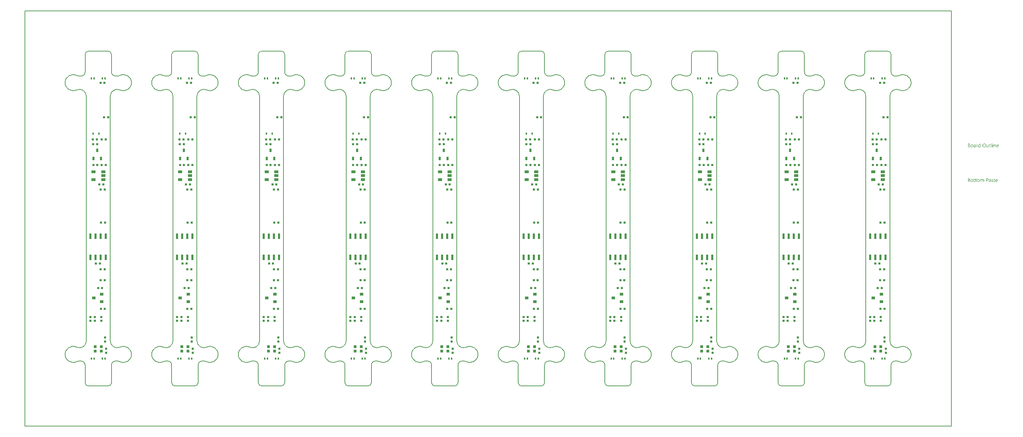
<source format=gbp>
G04*
G04 #@! TF.GenerationSoftware,Altium Limited,Altium Designer,21.8.1 (53)*
G04*
G04 Layer_Color=128*
%FSAX25Y25*%
%MOIN*%
G70*
G04*
G04 #@! TF.SameCoordinates,AD8986AE-68BC-4F7F-9B8F-024DBDB40C31*
G04*
G04*
G04 #@! TF.FilePolarity,Positive*
G04*
G01*
G75*
%ADD15C,0.00787*%
%ADD26R,0.01181X0.02165*%
%ADD27R,0.03150X0.02559*%
%ADD29R,0.03543X0.03150*%
%ADD30R,0.02165X0.01968*%
%ADD31R,0.03937X0.02756*%
%ADD32R,0.02362X0.03543*%
%ADD33R,0.01968X0.02165*%
%ADD34R,0.02362X0.05512*%
%ADD35R,0.02165X0.01968*%
%ADD36R,0.01968X0.02165*%
%ADD57R,0.01575X0.02362*%
G36*
X0926178Y0256771D02*
X0926202D01*
X0926258Y0256747D01*
X0926289Y0256728D01*
X0926320Y0256703D01*
X0926326Y0256697D01*
X0926332Y0256691D01*
X0926363Y0256654D01*
X0926388Y0256592D01*
X0926394Y0256555D01*
X0926400Y0256518D01*
Y0256511D01*
Y0256499D01*
X0926394Y0256480D01*
X0926388Y0256456D01*
X0926369Y0256394D01*
X0926345Y0256363D01*
X0926320Y0256332D01*
X0926314D01*
X0926308Y0256319D01*
X0926270Y0256295D01*
X0926215Y0256270D01*
X0926178Y0256264D01*
X0926140Y0256258D01*
X0926122D01*
X0926103Y0256264D01*
X0926079D01*
X0926017Y0256289D01*
X0925986Y0256301D01*
X0925955Y0256326D01*
Y0256332D01*
X0925942Y0256338D01*
X0925930Y0256357D01*
X0925918Y0256375D01*
X0925893Y0256437D01*
X0925887Y0256474D01*
X0925881Y0256518D01*
Y0256524D01*
Y0256536D01*
X0925887Y0256555D01*
X0925893Y0256586D01*
X0925911Y0256641D01*
X0925930Y0256672D01*
X0925955Y0256703D01*
X0925961Y0256710D01*
X0925967Y0256716D01*
X0926004Y0256740D01*
X0926066Y0256765D01*
X0926103Y0256778D01*
X0926159D01*
X0926178Y0256771D01*
D02*
G37*
G36*
X0914188Y0253107D02*
X0913785D01*
Y0253528D01*
X0913773D01*
Y0253522D01*
X0913760Y0253509D01*
X0913742Y0253485D01*
X0913723Y0253453D01*
X0913692Y0253416D01*
X0913655Y0253379D01*
X0913612Y0253336D01*
X0913562Y0253293D01*
X0913507Y0253243D01*
X0913439Y0253200D01*
X0913371Y0253163D01*
X0913290Y0253126D01*
X0913210Y0253095D01*
X0913117Y0253070D01*
X0913018Y0253057D01*
X0912912Y0253051D01*
X0912869D01*
X0912832Y0253057D01*
X0912795Y0253064D01*
X0912745Y0253070D01*
X0912640Y0253095D01*
X0912516Y0253132D01*
X0912392Y0253194D01*
X0912324Y0253231D01*
X0912269Y0253274D01*
X0912207Y0253330D01*
X0912151Y0253385D01*
Y0253392D01*
X0912139Y0253404D01*
X0912126Y0253423D01*
X0912108Y0253447D01*
X0912089Y0253478D01*
X0912064Y0253522D01*
X0912040Y0253571D01*
X0912015Y0253627D01*
X0911984Y0253689D01*
X0911959Y0253757D01*
X0911934Y0253831D01*
X0911916Y0253912D01*
X0911897Y0253998D01*
X0911885Y0254097D01*
X0911879Y0254196D01*
X0911872Y0254302D01*
Y0254308D01*
Y0254326D01*
Y0254363D01*
X0911879Y0254407D01*
X0911885Y0254456D01*
X0911891Y0254518D01*
X0911897Y0254586D01*
X0911910Y0254661D01*
X0911947Y0254821D01*
X0912002Y0254989D01*
X0912040Y0255069D01*
X0912083Y0255150D01*
X0912126Y0255224D01*
X0912182Y0255298D01*
X0912188Y0255304D01*
X0912194Y0255317D01*
X0912213Y0255335D01*
X0912238Y0255360D01*
X0912269Y0255385D01*
X0912312Y0255416D01*
X0912355Y0255453D01*
X0912405Y0255490D01*
X0912529Y0255558D01*
X0912671Y0255620D01*
X0912751Y0255639D01*
X0912838Y0255657D01*
X0912925Y0255669D01*
X0913024Y0255676D01*
X0913073D01*
X0913111Y0255669D01*
X0913148Y0255663D01*
X0913197Y0255657D01*
X0913309Y0255626D01*
X0913432Y0255577D01*
X0913494Y0255546D01*
X0913556Y0255502D01*
X0913618Y0255459D01*
X0913674Y0255403D01*
X0913723Y0255342D01*
X0913773Y0255267D01*
X0913785D01*
Y0256827D01*
X0914188D01*
Y0253107D01*
D02*
G37*
G36*
X0928456Y0255669D02*
X0928530Y0255663D01*
X0928623Y0255645D01*
X0928722Y0255614D01*
X0928827Y0255564D01*
X0928932Y0255496D01*
X0928975Y0255459D01*
X0929019Y0255410D01*
X0929031Y0255397D01*
X0929056Y0255360D01*
X0929087Y0255298D01*
X0929130Y0255211D01*
X0929167Y0255106D01*
X0929204Y0254976D01*
X0929229Y0254821D01*
X0929235Y0254642D01*
Y0253107D01*
X0928833D01*
Y0254537D01*
Y0254543D01*
Y0254574D01*
X0928827Y0254611D01*
Y0254661D01*
X0928815Y0254722D01*
X0928802Y0254791D01*
X0928784Y0254865D01*
X0928759Y0254939D01*
X0928728Y0255013D01*
X0928691Y0255082D01*
X0928641Y0255150D01*
X0928586Y0255211D01*
X0928524Y0255261D01*
X0928443Y0255298D01*
X0928356Y0255329D01*
X0928251Y0255335D01*
X0928239D01*
X0928202Y0255329D01*
X0928146Y0255323D01*
X0928078Y0255304D01*
X0927997Y0255280D01*
X0927911Y0255236D01*
X0927830Y0255181D01*
X0927750Y0255106D01*
X0927744Y0255094D01*
X0927719Y0255069D01*
X0927688Y0255020D01*
X0927651Y0254952D01*
X0927614Y0254871D01*
X0927583Y0254772D01*
X0927558Y0254661D01*
X0927552Y0254537D01*
Y0253107D01*
X0927149D01*
Y0255620D01*
X0927552D01*
Y0255199D01*
X0927564D01*
X0927570Y0255205D01*
X0927577Y0255218D01*
X0927595Y0255242D01*
X0927620Y0255273D01*
X0927645Y0255311D01*
X0927682Y0255348D01*
X0927725Y0255391D01*
X0927775Y0255440D01*
X0927830Y0255484D01*
X0927892Y0255527D01*
X0927960Y0255564D01*
X0928035Y0255602D01*
X0928109Y0255632D01*
X0928195Y0255657D01*
X0928288Y0255669D01*
X0928387Y0255676D01*
X0928424D01*
X0928456Y0255669D01*
D02*
G37*
G36*
X0911458Y0255657D02*
X0911532Y0255651D01*
X0911575Y0255639D01*
X0911606Y0255626D01*
Y0255211D01*
X0911600Y0255218D01*
X0911588Y0255224D01*
X0911563Y0255236D01*
X0911532Y0255255D01*
X0911489Y0255267D01*
X0911433Y0255280D01*
X0911371Y0255286D01*
X0911303Y0255292D01*
X0911291D01*
X0911260Y0255286D01*
X0911210Y0255280D01*
X0911154Y0255261D01*
X0911080Y0255230D01*
X0911012Y0255187D01*
X0910938Y0255125D01*
X0910870Y0255044D01*
X0910863Y0255032D01*
X0910845Y0255001D01*
X0910814Y0254945D01*
X0910783Y0254871D01*
X0910752Y0254778D01*
X0910721Y0254661D01*
X0910703Y0254531D01*
X0910696Y0254382D01*
Y0253107D01*
X0910294D01*
Y0255620D01*
X0910696D01*
Y0255100D01*
X0910709D01*
Y0255106D01*
X0910715Y0255112D01*
X0910727Y0255143D01*
X0910746Y0255193D01*
X0910777Y0255255D01*
X0910808Y0255317D01*
X0910857Y0255385D01*
X0910907Y0255453D01*
X0910969Y0255515D01*
X0910975Y0255521D01*
X0911000Y0255540D01*
X0911037Y0255564D01*
X0911086Y0255589D01*
X0911142Y0255614D01*
X0911210Y0255639D01*
X0911284Y0255657D01*
X0911365Y0255663D01*
X0911421D01*
X0911458Y0255657D01*
D02*
G37*
G36*
X0922197Y0253107D02*
X0921795D01*
Y0253503D01*
X0921783D01*
Y0253497D01*
X0921770Y0253485D01*
X0921758Y0253460D01*
X0921733Y0253435D01*
X0921677Y0253361D01*
X0921591Y0253280D01*
X0921541Y0253237D01*
X0921486Y0253194D01*
X0921424Y0253156D01*
X0921349Y0253119D01*
X0921275Y0253095D01*
X0921195Y0253070D01*
X0921102Y0253057D01*
X0921009Y0253051D01*
X0920972D01*
X0920928Y0253057D01*
X0920866Y0253070D01*
X0920798Y0253082D01*
X0920724Y0253107D01*
X0920644Y0253138D01*
X0920563Y0253187D01*
X0920477Y0253243D01*
X0920396Y0253311D01*
X0920322Y0253398D01*
X0920254Y0253503D01*
X0920192Y0253621D01*
X0920148Y0253763D01*
X0920124Y0253930D01*
X0920111Y0254017D01*
Y0254116D01*
Y0255620D01*
X0920508D01*
Y0254178D01*
Y0254172D01*
Y0254147D01*
X0920514Y0254103D01*
X0920520Y0254054D01*
X0920526Y0253992D01*
X0920539Y0253930D01*
X0920557Y0253856D01*
X0920582Y0253782D01*
X0920619Y0253707D01*
X0920656Y0253639D01*
X0920706Y0253571D01*
X0920767Y0253509D01*
X0920836Y0253460D01*
X0920916Y0253423D01*
X0921015Y0253392D01*
X0921120Y0253385D01*
X0921133D01*
X0921170Y0253392D01*
X0921226Y0253398D01*
X0921288Y0253410D01*
X0921368Y0253441D01*
X0921448Y0253478D01*
X0921529Y0253528D01*
X0921603Y0253602D01*
X0921609Y0253614D01*
X0921634Y0253639D01*
X0921665Y0253689D01*
X0921702Y0253757D01*
X0921733Y0253837D01*
X0921764Y0253936D01*
X0921789Y0254048D01*
X0921795Y0254172D01*
Y0255620D01*
X0922197D01*
Y0253107D01*
D02*
G37*
G36*
X0926332D02*
X0925930D01*
Y0255620D01*
X0926332D01*
Y0253107D01*
D02*
G37*
G36*
X0925113D02*
X0924710D01*
Y0256827D01*
X0925113D01*
Y0253107D01*
D02*
G37*
G36*
X0908734Y0255669D02*
X0908790Y0255663D01*
X0908858Y0255645D01*
X0908932Y0255626D01*
X0909013Y0255595D01*
X0909099Y0255558D01*
X0909180Y0255509D01*
X0909260Y0255447D01*
X0909335Y0255372D01*
X0909403Y0255280D01*
X0909458Y0255174D01*
X0909502Y0255051D01*
X0909527Y0254908D01*
X0909539Y0254741D01*
Y0253107D01*
X0909136D01*
Y0253497D01*
X0909124D01*
Y0253491D01*
X0909112Y0253478D01*
X0909099Y0253453D01*
X0909075Y0253429D01*
X0909013Y0253355D01*
X0908932Y0253274D01*
X0908821Y0253194D01*
X0908691Y0253119D01*
X0908610Y0253095D01*
X0908530Y0253070D01*
X0908443Y0253057D01*
X0908350Y0253051D01*
X0908313D01*
X0908288Y0253057D01*
X0908220Y0253064D01*
X0908140Y0253076D01*
X0908041Y0253101D01*
X0907948Y0253132D01*
X0907849Y0253181D01*
X0907762Y0253243D01*
X0907756Y0253256D01*
X0907731Y0253280D01*
X0907694Y0253324D01*
X0907657Y0253385D01*
X0907620Y0253460D01*
X0907583Y0253546D01*
X0907558Y0253652D01*
X0907552Y0253769D01*
Y0253775D01*
Y0253800D01*
X0907558Y0253837D01*
X0907564Y0253881D01*
X0907577Y0253936D01*
X0907595Y0253998D01*
X0907620Y0254066D01*
X0907657Y0254134D01*
X0907700Y0254209D01*
X0907756Y0254283D01*
X0907824Y0254351D01*
X0907905Y0254413D01*
X0907998Y0254475D01*
X0908109Y0254524D01*
X0908233Y0254561D01*
X0908381Y0254592D01*
X0909136Y0254698D01*
Y0254704D01*
Y0254722D01*
X0909130Y0254760D01*
Y0254797D01*
X0909118Y0254846D01*
X0909112Y0254902D01*
X0909075Y0255020D01*
X0909044Y0255075D01*
X0909013Y0255131D01*
X0908969Y0255187D01*
X0908920Y0255236D01*
X0908858Y0255280D01*
X0908790Y0255311D01*
X0908709Y0255329D01*
X0908617Y0255335D01*
X0908573D01*
X0908542Y0255329D01*
X0908499D01*
X0908456Y0255317D01*
X0908344Y0255298D01*
X0908220Y0255261D01*
X0908084Y0255205D01*
X0908010Y0255168D01*
X0907942Y0255131D01*
X0907868Y0255082D01*
X0907800Y0255026D01*
Y0255440D01*
X0907806D01*
X0907818Y0255453D01*
X0907837Y0255465D01*
X0907868Y0255478D01*
X0907899Y0255496D01*
X0907942Y0255515D01*
X0907991Y0255533D01*
X0908047Y0255558D01*
X0908171Y0255602D01*
X0908319Y0255639D01*
X0908480Y0255663D01*
X0908654Y0255676D01*
X0908691D01*
X0908734Y0255669D01*
D02*
G37*
G36*
X0903045Y0256617D02*
X0903089D01*
X0903132Y0256610D01*
X0903231Y0256598D01*
X0903349Y0256567D01*
X0903473Y0256530D01*
X0903590Y0256474D01*
X0903695Y0256400D01*
X0903702D01*
X0903708Y0256388D01*
X0903739Y0256363D01*
X0903782Y0256313D01*
X0903832Y0256245D01*
X0903875Y0256159D01*
X0903918Y0256060D01*
X0903949Y0255948D01*
X0903962Y0255886D01*
Y0255818D01*
Y0255812D01*
Y0255806D01*
Y0255769D01*
X0903955Y0255713D01*
X0903943Y0255645D01*
X0903924Y0255558D01*
X0903894Y0255471D01*
X0903856Y0255385D01*
X0903801Y0255298D01*
X0903794Y0255286D01*
X0903770Y0255261D01*
X0903733Y0255224D01*
X0903683Y0255174D01*
X0903621Y0255125D01*
X0903547Y0255069D01*
X0903454Y0255026D01*
X0903355Y0254982D01*
Y0254976D01*
X0903374D01*
X0903392Y0254970D01*
X0903411Y0254964D01*
X0903479Y0254952D01*
X0903559Y0254927D01*
X0903646Y0254890D01*
X0903739Y0254846D01*
X0903832Y0254784D01*
X0903918Y0254704D01*
X0903931Y0254692D01*
X0903955Y0254661D01*
X0903986Y0254617D01*
X0904030Y0254549D01*
X0904067Y0254463D01*
X0904104Y0254363D01*
X0904129Y0254246D01*
X0904135Y0254116D01*
Y0254110D01*
Y0254097D01*
Y0254072D01*
X0904129Y0254042D01*
X0904123Y0254004D01*
X0904116Y0253961D01*
X0904092Y0253856D01*
X0904055Y0253738D01*
X0903999Y0253614D01*
X0903962Y0253559D01*
X0903918Y0253497D01*
X0903863Y0253441D01*
X0903807Y0253385D01*
X0903801D01*
X0903794Y0253373D01*
X0903776Y0253361D01*
X0903751Y0253342D01*
X0903720Y0253324D01*
X0903677Y0253299D01*
X0903584Y0253249D01*
X0903467Y0253194D01*
X0903330Y0253150D01*
X0903169Y0253119D01*
X0903089Y0253113D01*
X0902996Y0253107D01*
X0901968D01*
Y0256623D01*
X0903015D01*
X0903045Y0256617D01*
D02*
G37*
G36*
X0923541Y0255620D02*
X0924178D01*
Y0255273D01*
X0923541D01*
Y0253856D01*
Y0253843D01*
Y0253813D01*
X0923547Y0253769D01*
X0923553Y0253713D01*
X0923578Y0253596D01*
X0923596Y0253540D01*
X0923627Y0253497D01*
X0923633Y0253491D01*
X0923646Y0253478D01*
X0923664Y0253466D01*
X0923695Y0253447D01*
X0923732Y0253423D01*
X0923782Y0253410D01*
X0923844Y0253398D01*
X0923912Y0253392D01*
X0923937D01*
X0923968Y0253398D01*
X0924005Y0253404D01*
X0924092Y0253429D01*
X0924135Y0253447D01*
X0924178Y0253472D01*
Y0253126D01*
X0924172D01*
X0924153Y0253113D01*
X0924123Y0253107D01*
X0924079Y0253095D01*
X0924024Y0253082D01*
X0923962Y0253070D01*
X0923887Y0253064D01*
X0923801Y0253057D01*
X0923770D01*
X0923739Y0253064D01*
X0923695Y0253070D01*
X0923646Y0253082D01*
X0923590Y0253095D01*
X0923534Y0253119D01*
X0923472Y0253150D01*
X0923411Y0253187D01*
X0923349Y0253237D01*
X0923293Y0253293D01*
X0923244Y0253367D01*
X0923200Y0253447D01*
X0923169Y0253546D01*
X0923145Y0253658D01*
X0923138Y0253788D01*
Y0255273D01*
X0922711D01*
Y0255620D01*
X0923138D01*
Y0256233D01*
X0923541Y0256363D01*
Y0255620D01*
D02*
G37*
G36*
X0931068Y0255669D02*
X0931111Y0255663D01*
X0931154Y0255657D01*
X0931266Y0255639D01*
X0931390Y0255595D01*
X0931513Y0255540D01*
X0931575Y0255502D01*
X0931637Y0255459D01*
X0931693Y0255410D01*
X0931749Y0255354D01*
X0931755Y0255348D01*
X0931761Y0255342D01*
X0931773Y0255323D01*
X0931792Y0255298D01*
X0931810Y0255261D01*
X0931835Y0255224D01*
X0931860Y0255181D01*
X0931885Y0255125D01*
X0931909Y0255063D01*
X0931934Y0255001D01*
X0931959Y0254927D01*
X0931978Y0254846D01*
X0931996Y0254760D01*
X0932008Y0254673D01*
X0932021Y0254574D01*
Y0254469D01*
Y0254258D01*
X0930244D01*
Y0254252D01*
Y0254240D01*
Y0254221D01*
X0930251Y0254190D01*
X0930257Y0254153D01*
Y0254116D01*
X0930275Y0254017D01*
X0930306Y0253918D01*
X0930343Y0253806D01*
X0930399Y0253701D01*
X0930467Y0253608D01*
X0930480Y0253596D01*
X0930504Y0253571D01*
X0930554Y0253540D01*
X0930622Y0253497D01*
X0930709Y0253453D01*
X0930808Y0253423D01*
X0930925Y0253398D01*
X0931061Y0253385D01*
X0931105D01*
X0931136Y0253392D01*
X0931173D01*
X0931216Y0253398D01*
X0931322Y0253423D01*
X0931439Y0253453D01*
X0931569Y0253503D01*
X0931705Y0253571D01*
X0931773Y0253614D01*
X0931841Y0253664D01*
Y0253286D01*
X0931835D01*
X0931829Y0253274D01*
X0931810Y0253268D01*
X0931779Y0253249D01*
X0931749Y0253231D01*
X0931711Y0253212D01*
X0931662Y0253194D01*
X0931612Y0253169D01*
X0931551Y0253144D01*
X0931482Y0253126D01*
X0931334Y0253088D01*
X0931161Y0253064D01*
X0930969Y0253051D01*
X0930919D01*
X0930882Y0253057D01*
X0930839Y0253064D01*
X0930783Y0253070D01*
X0930665Y0253095D01*
X0930529Y0253132D01*
X0930393Y0253194D01*
X0930325Y0253237D01*
X0930257Y0253280D01*
X0930195Y0253330D01*
X0930133Y0253392D01*
X0930127Y0253398D01*
X0930121Y0253410D01*
X0930108Y0253429D01*
X0930083Y0253453D01*
X0930065Y0253491D01*
X0930040Y0253534D01*
X0930009Y0253584D01*
X0929984Y0253639D01*
X0929953Y0253701D01*
X0929929Y0253775D01*
X0929898Y0253856D01*
X0929879Y0253942D01*
X0929861Y0254035D01*
X0929842Y0254134D01*
X0929836Y0254240D01*
X0929830Y0254351D01*
Y0254357D01*
Y0254376D01*
Y0254407D01*
X0929836Y0254450D01*
X0929842Y0254500D01*
X0929848Y0254555D01*
X0929854Y0254623D01*
X0929873Y0254692D01*
X0929910Y0254840D01*
X0929966Y0255001D01*
X0930003Y0255082D01*
X0930052Y0255156D01*
X0930102Y0255236D01*
X0930158Y0255304D01*
X0930164Y0255311D01*
X0930176Y0255323D01*
X0930195Y0255342D01*
X0930220Y0255360D01*
X0930251Y0255391D01*
X0930288Y0255422D01*
X0930337Y0255453D01*
X0930387Y0255490D01*
X0930504Y0255558D01*
X0930647Y0255620D01*
X0930727Y0255639D01*
X0930808Y0255657D01*
X0930894Y0255669D01*
X0930987Y0255676D01*
X0931037D01*
X0931068Y0255669D01*
D02*
G37*
G36*
X0918025Y0256679D02*
X0918087Y0256672D01*
X0918161Y0256660D01*
X0918242Y0256641D01*
X0918329Y0256623D01*
X0918415Y0256598D01*
X0918514Y0256567D01*
X0918607Y0256524D01*
X0918706Y0256474D01*
X0918805Y0256418D01*
X0918898Y0256350D01*
X0918991Y0256276D01*
X0919078Y0256189D01*
X0919084Y0256183D01*
X0919096Y0256165D01*
X0919121Y0256140D01*
X0919146Y0256103D01*
X0919183Y0256053D01*
X0919220Y0255991D01*
X0919257Y0255923D01*
X0919300Y0255849D01*
X0919344Y0255756D01*
X0919381Y0255663D01*
X0919418Y0255558D01*
X0919455Y0255440D01*
X0919480Y0255323D01*
X0919505Y0255193D01*
X0919517Y0255051D01*
X0919523Y0254908D01*
Y0254896D01*
Y0254871D01*
Y0254828D01*
X0919517Y0254766D01*
X0919511Y0254692D01*
X0919499Y0254611D01*
X0919486Y0254518D01*
X0919468Y0254413D01*
X0919443Y0254308D01*
X0919412Y0254196D01*
X0919375Y0254085D01*
X0919331Y0253974D01*
X0919276Y0253856D01*
X0919214Y0253751D01*
X0919146Y0253645D01*
X0919065Y0253546D01*
X0919059Y0253540D01*
X0919047Y0253528D01*
X0919016Y0253503D01*
X0918985Y0253472D01*
X0918935Y0253429D01*
X0918880Y0253392D01*
X0918818Y0253342D01*
X0918743Y0253299D01*
X0918663Y0253256D01*
X0918570Y0253206D01*
X0918471Y0253169D01*
X0918360Y0253132D01*
X0918242Y0253095D01*
X0918118Y0253070D01*
X0917988Y0253057D01*
X0917846Y0253051D01*
X0917815D01*
X0917772Y0253057D01*
X0917722D01*
X0917660Y0253064D01*
X0917586Y0253076D01*
X0917505Y0253095D01*
X0917412Y0253113D01*
X0917320Y0253138D01*
X0917221Y0253169D01*
X0917122Y0253212D01*
X0917023Y0253256D01*
X0916924Y0253311D01*
X0916825Y0253379D01*
X0916732Y0253453D01*
X0916645Y0253540D01*
X0916639Y0253546D01*
X0916626Y0253565D01*
X0916602Y0253590D01*
X0916577Y0253627D01*
X0916540Y0253676D01*
X0916503Y0253738D01*
X0916465Y0253806D01*
X0916422Y0253887D01*
X0916379Y0253974D01*
X0916342Y0254066D01*
X0916304Y0254172D01*
X0916267Y0254289D01*
X0916243Y0254407D01*
X0916218Y0254537D01*
X0916206Y0254679D01*
X0916199Y0254821D01*
Y0254834D01*
Y0254859D01*
X0916206Y0254902D01*
Y0254964D01*
X0916212Y0255032D01*
X0916224Y0255119D01*
X0916236Y0255211D01*
X0916255Y0255311D01*
X0916280Y0255416D01*
X0916311Y0255527D01*
X0916348Y0255639D01*
X0916391Y0255750D01*
X0916447Y0255861D01*
X0916509Y0255973D01*
X0916577Y0256078D01*
X0916657Y0256177D01*
X0916663Y0256183D01*
X0916676Y0256202D01*
X0916707Y0256227D01*
X0916744Y0256258D01*
X0916787Y0256295D01*
X0916843Y0256338D01*
X0916911Y0256381D01*
X0916985Y0256431D01*
X0917072Y0256480D01*
X0917165Y0256524D01*
X0917264Y0256567D01*
X0917375Y0256604D01*
X0917499Y0256635D01*
X0917629Y0256666D01*
X0917765Y0256679D01*
X0917908Y0256685D01*
X0917976D01*
X0918025Y0256679D01*
D02*
G37*
G36*
X0905998Y0255669D02*
X0906042Y0255663D01*
X0906097Y0255657D01*
X0906221Y0255632D01*
X0906363Y0255589D01*
X0906506Y0255527D01*
X0906580Y0255490D01*
X0906648Y0255447D01*
X0906716Y0255391D01*
X0906778Y0255329D01*
X0906784Y0255323D01*
X0906791Y0255311D01*
X0906809Y0255292D01*
X0906828Y0255267D01*
X0906852Y0255230D01*
X0906877Y0255187D01*
X0906908Y0255137D01*
X0906939Y0255082D01*
X0906964Y0255013D01*
X0906995Y0254945D01*
X0907020Y0254865D01*
X0907044Y0254778D01*
X0907063Y0254685D01*
X0907081Y0254586D01*
X0907088Y0254481D01*
X0907094Y0254370D01*
Y0254363D01*
Y0254345D01*
Y0254314D01*
X0907088Y0254271D01*
X0907081Y0254221D01*
X0907075Y0254159D01*
X0907063Y0254097D01*
X0907051Y0254023D01*
X0907013Y0253874D01*
X0906951Y0253713D01*
X0906914Y0253633D01*
X0906865Y0253553D01*
X0906815Y0253478D01*
X0906753Y0253410D01*
X0906747Y0253404D01*
X0906735Y0253398D01*
X0906716Y0253379D01*
X0906691Y0253355D01*
X0906654Y0253330D01*
X0906617Y0253299D01*
X0906568Y0253262D01*
X0906512Y0253231D01*
X0906450Y0253200D01*
X0906382Y0253163D01*
X0906308Y0253132D01*
X0906227Y0253107D01*
X0906141Y0253082D01*
X0906048Y0253070D01*
X0905949Y0253057D01*
X0905843Y0253051D01*
X0905788D01*
X0905751Y0253057D01*
X0905707Y0253064D01*
X0905651Y0253070D01*
X0905590Y0253082D01*
X0905521Y0253095D01*
X0905379Y0253138D01*
X0905231Y0253200D01*
X0905156Y0253237D01*
X0905088Y0253286D01*
X0905020Y0253336D01*
X0904952Y0253398D01*
X0904946Y0253404D01*
X0904940Y0253416D01*
X0904921Y0253435D01*
X0904902Y0253460D01*
X0904878Y0253497D01*
X0904847Y0253540D01*
X0904816Y0253590D01*
X0904791Y0253645D01*
X0904760Y0253713D01*
X0904729Y0253782D01*
X0904698Y0253856D01*
X0904673Y0253942D01*
X0904636Y0254128D01*
X0904630Y0254227D01*
X0904624Y0254332D01*
Y0254339D01*
Y0254363D01*
Y0254394D01*
X0904630Y0254438D01*
X0904636Y0254487D01*
X0904643Y0254549D01*
X0904655Y0254617D01*
X0904667Y0254692D01*
X0904704Y0254853D01*
X0904766Y0255013D01*
X0904810Y0255094D01*
X0904853Y0255174D01*
X0904902Y0255249D01*
X0904964Y0255317D01*
X0904971Y0255323D01*
X0904983Y0255335D01*
X0905002Y0255348D01*
X0905026Y0255372D01*
X0905064Y0255397D01*
X0905107Y0255428D01*
X0905156Y0255465D01*
X0905212Y0255496D01*
X0905274Y0255527D01*
X0905348Y0255564D01*
X0905422Y0255595D01*
X0905509Y0255620D01*
X0905596Y0255645D01*
X0905695Y0255663D01*
X0905800Y0255669D01*
X0905905Y0255676D01*
X0905961D01*
X0905998Y0255669D01*
D02*
G37*
G36*
X0926097Y0221811D02*
X0926178Y0221805D01*
X0926264Y0221793D01*
X0926363Y0221768D01*
X0926462Y0221743D01*
X0926561Y0221706D01*
Y0221298D01*
X0926549Y0221304D01*
X0926512Y0221328D01*
X0926456Y0221353D01*
X0926382Y0221390D01*
X0926289Y0221421D01*
X0926178Y0221452D01*
X0926054Y0221471D01*
X0925924Y0221477D01*
X0925856D01*
X0925794Y0221465D01*
X0925720Y0221452D01*
X0925713D01*
X0925707Y0221446D01*
X0925670Y0221434D01*
X0925620Y0221409D01*
X0925565Y0221378D01*
X0925552Y0221372D01*
X0925528Y0221347D01*
X0925497Y0221310D01*
X0925466Y0221267D01*
X0925459Y0221254D01*
X0925447Y0221223D01*
X0925435Y0221180D01*
X0925429Y0221124D01*
Y0221118D01*
Y0221106D01*
Y0221087D01*
X0925435Y0221069D01*
X0925447Y0221013D01*
X0925466Y0220957D01*
X0925472Y0220945D01*
X0925490Y0220920D01*
X0925528Y0220883D01*
X0925571Y0220839D01*
X0925577D01*
X0925583Y0220833D01*
X0925620Y0220809D01*
X0925670Y0220778D01*
X0925738Y0220747D01*
X0925744D01*
X0925757Y0220740D01*
X0925775Y0220734D01*
X0925806Y0220722D01*
X0925874Y0220697D01*
X0925961Y0220660D01*
X0925967D01*
X0925992Y0220648D01*
X0926023Y0220635D01*
X0926060Y0220623D01*
X0926159Y0220580D01*
X0926258Y0220530D01*
X0926264D01*
X0926283Y0220518D01*
X0926308Y0220505D01*
X0926338Y0220487D01*
X0926413Y0220437D01*
X0926487Y0220375D01*
X0926493Y0220369D01*
X0926506Y0220363D01*
X0926518Y0220344D01*
X0926543Y0220320D01*
X0926586Y0220258D01*
X0926629Y0220177D01*
Y0220171D01*
X0926636Y0220159D01*
X0926648Y0220134D01*
X0926654Y0220103D01*
X0926667Y0220066D01*
X0926673Y0220022D01*
X0926679Y0219917D01*
Y0219911D01*
Y0219886D01*
X0926673Y0219849D01*
X0926667Y0219806D01*
X0926660Y0219756D01*
X0926642Y0219701D01*
X0926623Y0219651D01*
X0926592Y0219595D01*
X0926586Y0219589D01*
X0926580Y0219570D01*
X0926561Y0219546D01*
X0926537Y0219515D01*
X0926506Y0219478D01*
X0926468Y0219441D01*
X0926376Y0219366D01*
X0926369Y0219360D01*
X0926351Y0219354D01*
X0926326Y0219335D01*
X0926283Y0219317D01*
X0926239Y0219292D01*
X0926184Y0219273D01*
X0926128Y0219255D01*
X0926060Y0219236D01*
X0926054D01*
X0926029Y0219230D01*
X0925992Y0219224D01*
X0925949Y0219218D01*
X0925887Y0219205D01*
X0925825Y0219199D01*
X0925682Y0219193D01*
X0925620D01*
X0925546Y0219199D01*
X0925453Y0219212D01*
X0925348Y0219230D01*
X0925237Y0219255D01*
X0925125Y0219286D01*
X0925014Y0219335D01*
Y0219769D01*
X0925020D01*
X0925026Y0219756D01*
X0925045Y0219744D01*
X0925070Y0219731D01*
X0925138Y0219694D01*
X0925231Y0219651D01*
X0925336Y0219601D01*
X0925459Y0219564D01*
X0925596Y0219540D01*
X0925738Y0219527D01*
X0925788D01*
X0925819Y0219533D01*
X0925905Y0219546D01*
X0926004Y0219570D01*
X0926097Y0219614D01*
X0926140Y0219645D01*
X0926184Y0219676D01*
X0926215Y0219719D01*
X0926239Y0219762D01*
X0926258Y0219818D01*
X0926264Y0219880D01*
Y0219886D01*
Y0219899D01*
Y0219917D01*
X0926258Y0219936D01*
X0926246Y0219991D01*
X0926221Y0220047D01*
Y0220053D01*
X0926215Y0220059D01*
X0926190Y0220091D01*
X0926153Y0220134D01*
X0926097Y0220171D01*
X0926091D01*
X0926085Y0220183D01*
X0926048Y0220202D01*
X0925992Y0220239D01*
X0925918Y0220270D01*
X0925911D01*
X0925899Y0220276D01*
X0925881Y0220288D01*
X0925850Y0220301D01*
X0925781Y0220326D01*
X0925695Y0220363D01*
X0925689D01*
X0925664Y0220375D01*
X0925633Y0220388D01*
X0925596Y0220400D01*
X0925497Y0220443D01*
X0925398Y0220493D01*
X0925391Y0220499D01*
X0925379Y0220505D01*
X0925354Y0220518D01*
X0925323Y0220536D01*
X0925255Y0220586D01*
X0925187Y0220641D01*
X0925181Y0220648D01*
X0925175Y0220654D01*
X0925156Y0220672D01*
X0925138Y0220697D01*
X0925094Y0220759D01*
X0925057Y0220833D01*
Y0220839D01*
X0925051Y0220852D01*
X0925045Y0220877D01*
X0925039Y0220907D01*
X0925032Y0220945D01*
X0925026Y0220988D01*
X0925020Y0221093D01*
Y0221099D01*
Y0221124D01*
X0925026Y0221155D01*
X0925032Y0221199D01*
X0925039Y0221248D01*
X0925057Y0221298D01*
X0925076Y0221353D01*
X0925101Y0221403D01*
X0925107Y0221409D01*
X0925113Y0221427D01*
X0925132Y0221452D01*
X0925156Y0221483D01*
X0925224Y0221557D01*
X0925311Y0221632D01*
X0925317Y0221638D01*
X0925336Y0221644D01*
X0925360Y0221663D01*
X0925404Y0221681D01*
X0925447Y0221706D01*
X0925497Y0221731D01*
X0925620Y0221768D01*
X0925627D01*
X0925651Y0221774D01*
X0925682Y0221786D01*
X0925732Y0221793D01*
X0925781Y0221805D01*
X0925843Y0221811D01*
X0925980Y0221817D01*
X0926035D01*
X0926097Y0221811D01*
D02*
G37*
G36*
X0916905D02*
X0916961Y0221799D01*
X0917023Y0221786D01*
X0917091Y0221762D01*
X0917171Y0221731D01*
X0917245Y0221688D01*
X0917326Y0221638D01*
X0917400Y0221570D01*
X0917468Y0221483D01*
X0917530Y0221384D01*
X0917586Y0221273D01*
X0917623Y0221130D01*
X0917654Y0220976D01*
X0917660Y0220796D01*
Y0219249D01*
X0917258D01*
Y0220691D01*
Y0220697D01*
Y0220709D01*
Y0220728D01*
Y0220759D01*
X0917252Y0220833D01*
X0917239Y0220920D01*
X0917227Y0221019D01*
X0917202Y0221118D01*
X0917171Y0221211D01*
X0917128Y0221291D01*
X0917122Y0221298D01*
X0917103Y0221322D01*
X0917072Y0221353D01*
X0917023Y0221384D01*
X0916967Y0221421D01*
X0916893Y0221446D01*
X0916800Y0221471D01*
X0916695Y0221477D01*
X0916682D01*
X0916651Y0221471D01*
X0916602Y0221465D01*
X0916540Y0221446D01*
X0916472Y0221421D01*
X0916397Y0221378D01*
X0916323Y0221322D01*
X0916255Y0221242D01*
X0916249Y0221229D01*
X0916230Y0221199D01*
X0916199Y0221149D01*
X0916168Y0221081D01*
X0916131Y0221000D01*
X0916106Y0220907D01*
X0916082Y0220796D01*
X0916076Y0220678D01*
Y0219249D01*
X0915673D01*
Y0220740D01*
Y0220747D01*
Y0220771D01*
X0915667Y0220809D01*
Y0220858D01*
X0915655Y0220914D01*
X0915642Y0220976D01*
X0915624Y0221038D01*
X0915605Y0221112D01*
X0915574Y0221180D01*
X0915537Y0221242D01*
X0915487Y0221304D01*
X0915432Y0221359D01*
X0915370Y0221409D01*
X0915289Y0221446D01*
X0915203Y0221471D01*
X0915104Y0221477D01*
X0915091D01*
X0915060Y0221471D01*
X0915011Y0221465D01*
X0914949Y0221452D01*
X0914881Y0221421D01*
X0914806Y0221384D01*
X0914732Y0221328D01*
X0914664Y0221254D01*
X0914658Y0221242D01*
X0914639Y0221217D01*
X0914608Y0221167D01*
X0914577Y0221099D01*
X0914547Y0221019D01*
X0914516Y0220920D01*
X0914497Y0220809D01*
X0914491Y0220678D01*
Y0219249D01*
X0914089D01*
Y0221762D01*
X0914491D01*
Y0221359D01*
X0914503D01*
X0914509Y0221366D01*
X0914516Y0221378D01*
X0914534Y0221403D01*
X0914553Y0221434D01*
X0914615Y0221502D01*
X0914701Y0221588D01*
X0914813Y0221675D01*
X0914943Y0221743D01*
X0915023Y0221774D01*
X0915104Y0221799D01*
X0915190Y0221811D01*
X0915283Y0221817D01*
X0915326D01*
X0915376Y0221811D01*
X0915438Y0221799D01*
X0915506Y0221780D01*
X0915580Y0221756D01*
X0915655Y0221725D01*
X0915729Y0221675D01*
X0915735Y0221669D01*
X0915760Y0221650D01*
X0915791Y0221619D01*
X0915834Y0221576D01*
X0915877Y0221520D01*
X0915921Y0221458D01*
X0915964Y0221384D01*
X0915995Y0221298D01*
X0916001Y0221304D01*
X0916007Y0221322D01*
X0916026Y0221347D01*
X0916045Y0221378D01*
X0916076Y0221421D01*
X0916113Y0221465D01*
X0916156Y0221508D01*
X0916206Y0221557D01*
X0916261Y0221607D01*
X0916323Y0221650D01*
X0916391Y0221700D01*
X0916465Y0221737D01*
X0916546Y0221768D01*
X0916633Y0221793D01*
X0916732Y0221811D01*
X0916831Y0221817D01*
X0916868D01*
X0916905Y0221811D01*
D02*
G37*
G36*
X0923602D02*
X0923658Y0221805D01*
X0923726Y0221786D01*
X0923801Y0221768D01*
X0923881Y0221737D01*
X0923968Y0221700D01*
X0924048Y0221650D01*
X0924129Y0221588D01*
X0924203Y0221514D01*
X0924271Y0221421D01*
X0924327Y0221316D01*
X0924370Y0221192D01*
X0924395Y0221050D01*
X0924407Y0220883D01*
Y0219249D01*
X0924005D01*
Y0219639D01*
X0923993D01*
Y0219632D01*
X0923980Y0219620D01*
X0923968Y0219595D01*
X0923943Y0219570D01*
X0923881Y0219496D01*
X0923801Y0219416D01*
X0923689Y0219335D01*
X0923559Y0219261D01*
X0923479Y0219236D01*
X0923398Y0219212D01*
X0923312Y0219199D01*
X0923219Y0219193D01*
X0923182D01*
X0923157Y0219199D01*
X0923089Y0219205D01*
X0923008Y0219218D01*
X0922909Y0219242D01*
X0922816Y0219273D01*
X0922717Y0219323D01*
X0922631Y0219385D01*
X0922624Y0219397D01*
X0922600Y0219422D01*
X0922563Y0219465D01*
X0922526Y0219527D01*
X0922488Y0219601D01*
X0922451Y0219688D01*
X0922426Y0219793D01*
X0922420Y0219911D01*
Y0219917D01*
Y0219942D01*
X0922426Y0219979D01*
X0922433Y0220022D01*
X0922445Y0220078D01*
X0922464Y0220140D01*
X0922488Y0220208D01*
X0922526Y0220276D01*
X0922569Y0220350D01*
X0922624Y0220425D01*
X0922693Y0220493D01*
X0922773Y0220555D01*
X0922866Y0220617D01*
X0922977Y0220666D01*
X0923101Y0220703D01*
X0923250Y0220734D01*
X0924005Y0220839D01*
Y0220846D01*
Y0220864D01*
X0923999Y0220901D01*
Y0220938D01*
X0923986Y0220988D01*
X0923980Y0221044D01*
X0923943Y0221161D01*
X0923912Y0221217D01*
X0923881Y0221273D01*
X0923838Y0221328D01*
X0923788Y0221378D01*
X0923726Y0221421D01*
X0923658Y0221452D01*
X0923578Y0221471D01*
X0923485Y0221477D01*
X0923442D01*
X0923411Y0221471D01*
X0923367D01*
X0923324Y0221458D01*
X0923213Y0221440D01*
X0923089Y0221403D01*
X0922953Y0221347D01*
X0922878Y0221310D01*
X0922810Y0221273D01*
X0922736Y0221223D01*
X0922668Y0221167D01*
Y0221582D01*
X0922674D01*
X0922686Y0221595D01*
X0922705Y0221607D01*
X0922736Y0221619D01*
X0922767Y0221638D01*
X0922810Y0221656D01*
X0922860Y0221675D01*
X0922915Y0221700D01*
X0923039Y0221743D01*
X0923188Y0221780D01*
X0923349Y0221805D01*
X0923522Y0221817D01*
X0923559D01*
X0923602Y0221811D01*
D02*
G37*
G36*
X0920904Y0222758D02*
X0920953D01*
X0921003Y0222752D01*
X0921133Y0222727D01*
X0921269Y0222696D01*
X0921418Y0222647D01*
X0921560Y0222579D01*
X0921622Y0222535D01*
X0921684Y0222486D01*
X0921690D01*
X0921696Y0222474D01*
X0921715Y0222455D01*
X0921733Y0222436D01*
X0921783Y0222375D01*
X0921845Y0222288D01*
X0921900Y0222177D01*
X0921950Y0222046D01*
X0921987Y0221892D01*
X0921993Y0221805D01*
X0921999Y0221712D01*
Y0221706D01*
Y0221688D01*
Y0221663D01*
X0921993Y0221632D01*
X0921987Y0221588D01*
X0921981Y0221539D01*
X0921956Y0221421D01*
X0921913Y0221291D01*
X0921851Y0221155D01*
X0921814Y0221087D01*
X0921770Y0221019D01*
X0921715Y0220951D01*
X0921653Y0220889D01*
X0921646Y0220883D01*
X0921634Y0220877D01*
X0921616Y0220858D01*
X0921591Y0220839D01*
X0921554Y0220815D01*
X0921510Y0220790D01*
X0921461Y0220759D01*
X0921405Y0220734D01*
X0921343Y0220703D01*
X0921275Y0220672D01*
X0921195Y0220648D01*
X0921114Y0220623D01*
X0920928Y0220586D01*
X0920829Y0220580D01*
X0920724Y0220573D01*
X0920260D01*
Y0219249D01*
X0919845D01*
Y0222764D01*
X0920866D01*
X0920904Y0222758D01*
D02*
G37*
G36*
X0903045D02*
X0903089D01*
X0903132Y0222752D01*
X0903231Y0222740D01*
X0903349Y0222709D01*
X0903473Y0222672D01*
X0903590Y0222616D01*
X0903695Y0222542D01*
X0903702D01*
X0903708Y0222529D01*
X0903739Y0222505D01*
X0903782Y0222455D01*
X0903832Y0222387D01*
X0903875Y0222300D01*
X0903918Y0222201D01*
X0903949Y0222090D01*
X0903962Y0222028D01*
Y0221960D01*
Y0221954D01*
Y0221948D01*
Y0221910D01*
X0903955Y0221855D01*
X0903943Y0221786D01*
X0903924Y0221700D01*
X0903894Y0221613D01*
X0903856Y0221527D01*
X0903801Y0221440D01*
X0903794Y0221427D01*
X0903770Y0221403D01*
X0903733Y0221366D01*
X0903683Y0221316D01*
X0903621Y0221267D01*
X0903547Y0221211D01*
X0903454Y0221167D01*
X0903355Y0221124D01*
Y0221118D01*
X0903374D01*
X0903392Y0221112D01*
X0903411Y0221106D01*
X0903479Y0221093D01*
X0903559Y0221069D01*
X0903646Y0221031D01*
X0903739Y0220988D01*
X0903832Y0220926D01*
X0903918Y0220846D01*
X0903931Y0220833D01*
X0903955Y0220802D01*
X0903986Y0220759D01*
X0904030Y0220691D01*
X0904067Y0220604D01*
X0904104Y0220505D01*
X0904129Y0220388D01*
X0904135Y0220258D01*
Y0220251D01*
Y0220239D01*
Y0220214D01*
X0904129Y0220183D01*
X0904123Y0220146D01*
X0904116Y0220103D01*
X0904092Y0219998D01*
X0904055Y0219880D01*
X0903999Y0219756D01*
X0903962Y0219701D01*
X0903918Y0219639D01*
X0903863Y0219583D01*
X0903807Y0219527D01*
X0903801D01*
X0903794Y0219515D01*
X0903776Y0219502D01*
X0903751Y0219484D01*
X0903720Y0219465D01*
X0903677Y0219441D01*
X0903584Y0219391D01*
X0903467Y0219335D01*
X0903330Y0219292D01*
X0903169Y0219261D01*
X0903089Y0219255D01*
X0902996Y0219249D01*
X0901968D01*
Y0222764D01*
X0903015D01*
X0903045Y0222758D01*
D02*
G37*
G36*
X0927830Y0221762D02*
X0928468D01*
Y0221415D01*
X0927830D01*
Y0219998D01*
Y0219985D01*
Y0219954D01*
X0927837Y0219911D01*
X0927843Y0219855D01*
X0927867Y0219738D01*
X0927886Y0219682D01*
X0927917Y0219639D01*
X0927923Y0219632D01*
X0927936Y0219620D01*
X0927954Y0219608D01*
X0927985Y0219589D01*
X0928022Y0219564D01*
X0928072Y0219552D01*
X0928134Y0219540D01*
X0928202Y0219533D01*
X0928226D01*
X0928257Y0219540D01*
X0928294Y0219546D01*
X0928381Y0219570D01*
X0928424Y0219589D01*
X0928468Y0219614D01*
Y0219267D01*
X0928462D01*
X0928443Y0219255D01*
X0928412Y0219249D01*
X0928369Y0219236D01*
X0928313Y0219224D01*
X0928251Y0219212D01*
X0928177Y0219205D01*
X0928090Y0219199D01*
X0928059D01*
X0928028Y0219205D01*
X0927985Y0219212D01*
X0927936Y0219224D01*
X0927880Y0219236D01*
X0927824Y0219261D01*
X0927762Y0219292D01*
X0927700Y0219329D01*
X0927638Y0219379D01*
X0927583Y0219434D01*
X0927533Y0219509D01*
X0927490Y0219589D01*
X0927459Y0219688D01*
X0927434Y0219799D01*
X0927428Y0219930D01*
Y0221415D01*
X0927001D01*
Y0221762D01*
X0927428D01*
Y0222375D01*
X0927830Y0222505D01*
Y0221762D01*
D02*
G37*
G36*
X0909972D02*
X0910610D01*
Y0221415D01*
X0909972D01*
Y0219998D01*
Y0219985D01*
Y0219954D01*
X0909978Y0219911D01*
X0909984Y0219855D01*
X0910009Y0219738D01*
X0910028Y0219682D01*
X0910059Y0219639D01*
X0910065Y0219632D01*
X0910077Y0219620D01*
X0910096Y0219608D01*
X0910127Y0219589D01*
X0910164Y0219564D01*
X0910214Y0219552D01*
X0910275Y0219540D01*
X0910343Y0219533D01*
X0910368D01*
X0910399Y0219540D01*
X0910436Y0219546D01*
X0910523Y0219570D01*
X0910566Y0219589D01*
X0910610Y0219614D01*
Y0219267D01*
X0910604D01*
X0910585Y0219255D01*
X0910554Y0219249D01*
X0910511Y0219236D01*
X0910455Y0219224D01*
X0910393Y0219212D01*
X0910319Y0219205D01*
X0910232Y0219199D01*
X0910201D01*
X0910170Y0219205D01*
X0910127Y0219212D01*
X0910077Y0219224D01*
X0910022Y0219236D01*
X0909966Y0219261D01*
X0909904Y0219292D01*
X0909842Y0219329D01*
X0909780Y0219379D01*
X0909725Y0219434D01*
X0909675Y0219509D01*
X0909632Y0219589D01*
X0909601Y0219688D01*
X0909576Y0219799D01*
X0909570Y0219930D01*
Y0221415D01*
X0909143D01*
Y0221762D01*
X0909570D01*
Y0222375D01*
X0909972Y0222505D01*
Y0221762D01*
D02*
G37*
G36*
X0908270D02*
X0908908D01*
Y0221415D01*
X0908270D01*
Y0219998D01*
Y0219985D01*
Y0219954D01*
X0908276Y0219911D01*
X0908282Y0219855D01*
X0908307Y0219738D01*
X0908326Y0219682D01*
X0908357Y0219639D01*
X0908363Y0219632D01*
X0908375Y0219620D01*
X0908394Y0219608D01*
X0908425Y0219589D01*
X0908462Y0219564D01*
X0908511Y0219552D01*
X0908573Y0219540D01*
X0908641Y0219533D01*
X0908666D01*
X0908697Y0219540D01*
X0908734Y0219546D01*
X0908821Y0219570D01*
X0908864Y0219589D01*
X0908908Y0219614D01*
Y0219267D01*
X0908901D01*
X0908883Y0219255D01*
X0908852Y0219249D01*
X0908808Y0219236D01*
X0908753Y0219224D01*
X0908691Y0219212D01*
X0908617Y0219205D01*
X0908530Y0219199D01*
X0908499D01*
X0908468Y0219205D01*
X0908425Y0219212D01*
X0908375Y0219224D01*
X0908319Y0219236D01*
X0908264Y0219261D01*
X0908202Y0219292D01*
X0908140Y0219329D01*
X0908078Y0219379D01*
X0908022Y0219434D01*
X0907973Y0219509D01*
X0907929Y0219589D01*
X0907899Y0219688D01*
X0907874Y0219799D01*
X0907868Y0219930D01*
Y0221415D01*
X0907440D01*
Y0221762D01*
X0907868D01*
Y0222375D01*
X0908270Y0222505D01*
Y0221762D01*
D02*
G37*
G36*
X0930071Y0221811D02*
X0930114Y0221805D01*
X0930158Y0221799D01*
X0930269Y0221780D01*
X0930393Y0221737D01*
X0930517Y0221681D01*
X0930579Y0221644D01*
X0930641Y0221601D01*
X0930696Y0221551D01*
X0930752Y0221496D01*
X0930758Y0221489D01*
X0930764Y0221483D01*
X0930777Y0221465D01*
X0930795Y0221440D01*
X0930814Y0221403D01*
X0930839Y0221366D01*
X0930863Y0221322D01*
X0930888Y0221267D01*
X0930913Y0221205D01*
X0930938Y0221143D01*
X0930962Y0221069D01*
X0930981Y0220988D01*
X0931000Y0220901D01*
X0931012Y0220815D01*
X0931024Y0220716D01*
Y0220610D01*
Y0220400D01*
X0929248D01*
Y0220394D01*
Y0220381D01*
Y0220363D01*
X0929254Y0220332D01*
X0929260Y0220295D01*
Y0220258D01*
X0929279Y0220159D01*
X0929310Y0220059D01*
X0929347Y0219948D01*
X0929403Y0219843D01*
X0929471Y0219750D01*
X0929483Y0219738D01*
X0929508Y0219713D01*
X0929557Y0219682D01*
X0929625Y0219639D01*
X0929712Y0219595D01*
X0929811Y0219564D01*
X0929929Y0219540D01*
X0930065Y0219527D01*
X0930108D01*
X0930139Y0219533D01*
X0930176D01*
X0930220Y0219540D01*
X0930325Y0219564D01*
X0930443Y0219595D01*
X0930573Y0219645D01*
X0930709Y0219713D01*
X0930777Y0219756D01*
X0930845Y0219806D01*
Y0219428D01*
X0930839D01*
X0930832Y0219416D01*
X0930814Y0219410D01*
X0930783Y0219391D01*
X0930752Y0219372D01*
X0930715Y0219354D01*
X0930665Y0219335D01*
X0930616Y0219310D01*
X0930554Y0219286D01*
X0930486Y0219267D01*
X0930337Y0219230D01*
X0930164Y0219205D01*
X0929972Y0219193D01*
X0929922D01*
X0929885Y0219199D01*
X0929842Y0219205D01*
X0929786Y0219212D01*
X0929669Y0219236D01*
X0929533Y0219273D01*
X0929396Y0219335D01*
X0929328Y0219379D01*
X0929260Y0219422D01*
X0929198Y0219472D01*
X0929136Y0219533D01*
X0929130Y0219540D01*
X0929124Y0219552D01*
X0929112Y0219570D01*
X0929087Y0219595D01*
X0929068Y0219632D01*
X0929043Y0219676D01*
X0929013Y0219725D01*
X0928988Y0219781D01*
X0928957Y0219843D01*
X0928932Y0219917D01*
X0928901Y0219998D01*
X0928883Y0220084D01*
X0928864Y0220177D01*
X0928846Y0220276D01*
X0928839Y0220381D01*
X0928833Y0220493D01*
Y0220499D01*
Y0220518D01*
Y0220549D01*
X0928839Y0220592D01*
X0928846Y0220641D01*
X0928852Y0220697D01*
X0928858Y0220765D01*
X0928876Y0220833D01*
X0928914Y0220982D01*
X0928969Y0221143D01*
X0929006Y0221223D01*
X0929056Y0221298D01*
X0929105Y0221378D01*
X0929161Y0221446D01*
X0929167Y0221452D01*
X0929180Y0221465D01*
X0929198Y0221483D01*
X0929223Y0221502D01*
X0929254Y0221533D01*
X0929291Y0221564D01*
X0929341Y0221595D01*
X0929390Y0221632D01*
X0929508Y0221700D01*
X0929650Y0221762D01*
X0929731Y0221780D01*
X0929811Y0221799D01*
X0929898Y0221811D01*
X0929991Y0221817D01*
X0930040D01*
X0930071Y0221811D01*
D02*
G37*
G36*
X0912349D02*
X0912392Y0221805D01*
X0912448Y0221799D01*
X0912572Y0221774D01*
X0912714Y0221731D01*
X0912857Y0221669D01*
X0912931Y0221632D01*
X0912999Y0221588D01*
X0913067Y0221533D01*
X0913129Y0221471D01*
X0913135Y0221465D01*
X0913141Y0221452D01*
X0913160Y0221434D01*
X0913179Y0221409D01*
X0913203Y0221372D01*
X0913228Y0221328D01*
X0913259Y0221279D01*
X0913290Y0221223D01*
X0913315Y0221155D01*
X0913346Y0221087D01*
X0913371Y0221007D01*
X0913395Y0220920D01*
X0913414Y0220827D01*
X0913432Y0220728D01*
X0913439Y0220623D01*
X0913445Y0220511D01*
Y0220505D01*
Y0220487D01*
Y0220456D01*
X0913439Y0220412D01*
X0913432Y0220363D01*
X0913426Y0220301D01*
X0913414Y0220239D01*
X0913401Y0220165D01*
X0913364Y0220016D01*
X0913302Y0219855D01*
X0913265Y0219775D01*
X0913216Y0219694D01*
X0913166Y0219620D01*
X0913104Y0219552D01*
X0913098Y0219546D01*
X0913086Y0219540D01*
X0913067Y0219521D01*
X0913042Y0219496D01*
X0913005Y0219472D01*
X0912968Y0219441D01*
X0912919Y0219403D01*
X0912863Y0219372D01*
X0912801Y0219341D01*
X0912733Y0219304D01*
X0912659Y0219273D01*
X0912578Y0219249D01*
X0912492Y0219224D01*
X0912399Y0219212D01*
X0912300Y0219199D01*
X0912194Y0219193D01*
X0912139D01*
X0912101Y0219199D01*
X0912058Y0219205D01*
X0912002Y0219212D01*
X0911941Y0219224D01*
X0911872Y0219236D01*
X0911730Y0219280D01*
X0911582Y0219341D01*
X0911507Y0219379D01*
X0911439Y0219428D01*
X0911371Y0219478D01*
X0911303Y0219540D01*
X0911297Y0219546D01*
X0911291Y0219558D01*
X0911272Y0219577D01*
X0911254Y0219601D01*
X0911229Y0219639D01*
X0911198Y0219682D01*
X0911167Y0219731D01*
X0911142Y0219787D01*
X0911111Y0219855D01*
X0911080Y0219923D01*
X0911049Y0219998D01*
X0911024Y0220084D01*
X0910987Y0220270D01*
X0910981Y0220369D01*
X0910975Y0220474D01*
Y0220480D01*
Y0220505D01*
Y0220536D01*
X0910981Y0220580D01*
X0910987Y0220629D01*
X0910993Y0220691D01*
X0911006Y0220759D01*
X0911018Y0220833D01*
X0911055Y0220994D01*
X0911117Y0221155D01*
X0911161Y0221236D01*
X0911204Y0221316D01*
X0911254Y0221390D01*
X0911315Y0221458D01*
X0911322Y0221465D01*
X0911334Y0221477D01*
X0911353Y0221489D01*
X0911377Y0221514D01*
X0911414Y0221539D01*
X0911458Y0221570D01*
X0911507Y0221607D01*
X0911563Y0221638D01*
X0911625Y0221669D01*
X0911699Y0221706D01*
X0911773Y0221737D01*
X0911860Y0221762D01*
X0911947Y0221786D01*
X0912046Y0221805D01*
X0912151Y0221811D01*
X0912256Y0221817D01*
X0912312D01*
X0912349Y0221811D01*
D02*
G37*
G36*
X0905998D02*
X0906042Y0221805D01*
X0906097Y0221799D01*
X0906221Y0221774D01*
X0906363Y0221731D01*
X0906506Y0221669D01*
X0906580Y0221632D01*
X0906648Y0221588D01*
X0906716Y0221533D01*
X0906778Y0221471D01*
X0906784Y0221465D01*
X0906791Y0221452D01*
X0906809Y0221434D01*
X0906828Y0221409D01*
X0906852Y0221372D01*
X0906877Y0221328D01*
X0906908Y0221279D01*
X0906939Y0221223D01*
X0906964Y0221155D01*
X0906995Y0221087D01*
X0907020Y0221007D01*
X0907044Y0220920D01*
X0907063Y0220827D01*
X0907081Y0220728D01*
X0907088Y0220623D01*
X0907094Y0220511D01*
Y0220505D01*
Y0220487D01*
Y0220456D01*
X0907088Y0220412D01*
X0907081Y0220363D01*
X0907075Y0220301D01*
X0907063Y0220239D01*
X0907051Y0220165D01*
X0907013Y0220016D01*
X0906951Y0219855D01*
X0906914Y0219775D01*
X0906865Y0219694D01*
X0906815Y0219620D01*
X0906753Y0219552D01*
X0906747Y0219546D01*
X0906735Y0219540D01*
X0906716Y0219521D01*
X0906691Y0219496D01*
X0906654Y0219472D01*
X0906617Y0219441D01*
X0906568Y0219403D01*
X0906512Y0219372D01*
X0906450Y0219341D01*
X0906382Y0219304D01*
X0906308Y0219273D01*
X0906227Y0219249D01*
X0906141Y0219224D01*
X0906048Y0219212D01*
X0905949Y0219199D01*
X0905843Y0219193D01*
X0905788D01*
X0905751Y0219199D01*
X0905707Y0219205D01*
X0905651Y0219212D01*
X0905590Y0219224D01*
X0905521Y0219236D01*
X0905379Y0219280D01*
X0905231Y0219341D01*
X0905156Y0219379D01*
X0905088Y0219428D01*
X0905020Y0219478D01*
X0904952Y0219540D01*
X0904946Y0219546D01*
X0904940Y0219558D01*
X0904921Y0219577D01*
X0904902Y0219601D01*
X0904878Y0219639D01*
X0904847Y0219682D01*
X0904816Y0219731D01*
X0904791Y0219787D01*
X0904760Y0219855D01*
X0904729Y0219923D01*
X0904698Y0219998D01*
X0904673Y0220084D01*
X0904636Y0220270D01*
X0904630Y0220369D01*
X0904624Y0220474D01*
Y0220480D01*
Y0220505D01*
Y0220536D01*
X0904630Y0220580D01*
X0904636Y0220629D01*
X0904643Y0220691D01*
X0904655Y0220759D01*
X0904667Y0220833D01*
X0904704Y0220994D01*
X0904766Y0221155D01*
X0904810Y0221236D01*
X0904853Y0221316D01*
X0904902Y0221390D01*
X0904964Y0221458D01*
X0904971Y0221465D01*
X0904983Y0221477D01*
X0905002Y0221489D01*
X0905026Y0221514D01*
X0905064Y0221539D01*
X0905107Y0221570D01*
X0905156Y0221607D01*
X0905212Y0221638D01*
X0905274Y0221669D01*
X0905348Y0221706D01*
X0905422Y0221737D01*
X0905509Y0221762D01*
X0905596Y0221786D01*
X0905695Y0221805D01*
X0905800Y0221811D01*
X0905905Y0221817D01*
X0905961D01*
X0905998Y0221811D01*
D02*
G37*
%LPC*%
G36*
X0913073Y0255335D02*
X0913036D01*
X0913011Y0255329D01*
X0912943Y0255323D01*
X0912863Y0255304D01*
X0912770Y0255267D01*
X0912671Y0255218D01*
X0912578Y0255156D01*
X0912535Y0255112D01*
X0912492Y0255063D01*
X0912485Y0255051D01*
X0912461Y0255013D01*
X0912423Y0254952D01*
X0912386Y0254871D01*
X0912349Y0254766D01*
X0912312Y0254636D01*
X0912287Y0254487D01*
X0912281Y0254320D01*
Y0254314D01*
Y0254302D01*
Y0254277D01*
X0912287Y0254246D01*
Y0254215D01*
X0912293Y0254172D01*
X0912306Y0254072D01*
X0912331Y0253961D01*
X0912368Y0253850D01*
X0912417Y0253738D01*
X0912485Y0253633D01*
X0912498Y0253621D01*
X0912522Y0253596D01*
X0912566Y0253553D01*
X0912628Y0253509D01*
X0912708Y0253466D01*
X0912801Y0253423D01*
X0912906Y0253398D01*
X0913030Y0253385D01*
X0913061D01*
X0913086Y0253392D01*
X0913148Y0253398D01*
X0913222Y0253416D01*
X0913309Y0253447D01*
X0913401Y0253485D01*
X0913488Y0253546D01*
X0913575Y0253627D01*
X0913581Y0253639D01*
X0913606Y0253670D01*
X0913643Y0253726D01*
X0913680Y0253794D01*
X0913717Y0253881D01*
X0913754Y0253986D01*
X0913779Y0254110D01*
X0913785Y0254240D01*
Y0254611D01*
Y0254617D01*
Y0254623D01*
Y0254661D01*
X0913773Y0254716D01*
X0913760Y0254791D01*
X0913736Y0254871D01*
X0913698Y0254958D01*
X0913649Y0255044D01*
X0913581Y0255125D01*
X0913575Y0255131D01*
X0913544Y0255156D01*
X0913500Y0255193D01*
X0913445Y0255230D01*
X0913371Y0255267D01*
X0913284Y0255304D01*
X0913185Y0255329D01*
X0913073Y0255335D01*
D02*
G37*
G36*
X0909136Y0254376D02*
X0908530Y0254289D01*
X0908517D01*
X0908486Y0254283D01*
X0908437Y0254271D01*
X0908375Y0254258D01*
X0908307Y0254240D01*
X0908233Y0254215D01*
X0908171Y0254190D01*
X0908109Y0254153D01*
X0908103Y0254147D01*
X0908084Y0254134D01*
X0908066Y0254110D01*
X0908041Y0254072D01*
X0908010Y0254023D01*
X0907991Y0253961D01*
X0907973Y0253887D01*
X0907967Y0253800D01*
Y0253794D01*
Y0253769D01*
X0907973Y0253738D01*
X0907985Y0253695D01*
X0907998Y0253645D01*
X0908022Y0253596D01*
X0908053Y0253546D01*
X0908097Y0253497D01*
X0908103Y0253491D01*
X0908121Y0253478D01*
X0908152Y0253460D01*
X0908189Y0253441D01*
X0908239Y0253423D01*
X0908301Y0253404D01*
X0908369Y0253392D01*
X0908449Y0253385D01*
X0908462D01*
X0908499Y0253392D01*
X0908555Y0253398D01*
X0908623Y0253410D01*
X0908697Y0253435D01*
X0908784Y0253472D01*
X0908864Y0253528D01*
X0908938Y0253596D01*
X0908945Y0253608D01*
X0908969Y0253633D01*
X0909000Y0253676D01*
X0909037Y0253738D01*
X0909075Y0253819D01*
X0909106Y0253905D01*
X0909130Y0254011D01*
X0909136Y0254122D01*
Y0254376D01*
D02*
G37*
G36*
X0902854Y0256251D02*
X0902383D01*
Y0255112D01*
X0902860D01*
X0902922Y0255119D01*
X0902996Y0255131D01*
X0903083Y0255150D01*
X0903176Y0255181D01*
X0903256Y0255218D01*
X0903337Y0255273D01*
X0903343Y0255280D01*
X0903367Y0255304D01*
X0903398Y0255342D01*
X0903436Y0255397D01*
X0903467Y0255459D01*
X0903497Y0255540D01*
X0903522Y0255632D01*
X0903528Y0255738D01*
Y0255744D01*
Y0255762D01*
X0903522Y0255787D01*
X0903516Y0255818D01*
X0903491Y0255899D01*
X0903473Y0255948D01*
X0903442Y0255998D01*
X0903411Y0256041D01*
X0903361Y0256090D01*
X0903312Y0256134D01*
X0903244Y0256171D01*
X0903169Y0256202D01*
X0903076Y0256227D01*
X0902971Y0256245D01*
X0902854Y0256251D01*
D02*
G37*
G36*
Y0254741D02*
X0902383D01*
Y0253478D01*
X0903002D01*
X0903064Y0253485D01*
X0903151Y0253497D01*
X0903237Y0253522D01*
X0903330Y0253546D01*
X0903423Y0253590D01*
X0903504Y0253645D01*
X0903510Y0253652D01*
X0903535Y0253676D01*
X0903566Y0253713D01*
X0903603Y0253769D01*
X0903640Y0253837D01*
X0903671Y0253918D01*
X0903695Y0254017D01*
X0903702Y0254122D01*
Y0254128D01*
Y0254147D01*
X0903695Y0254178D01*
X0903689Y0254221D01*
X0903677Y0254264D01*
X0903658Y0254320D01*
X0903634Y0254376D01*
X0903596Y0254432D01*
X0903553Y0254487D01*
X0903497Y0254543D01*
X0903429Y0254599D01*
X0903343Y0254642D01*
X0903250Y0254685D01*
X0903132Y0254716D01*
X0903002Y0254735D01*
X0902854Y0254741D01*
D02*
G37*
G36*
X0930981Y0255335D02*
X0930931D01*
X0930882Y0255323D01*
X0930814Y0255311D01*
X0930740Y0255286D01*
X0930653Y0255249D01*
X0930573Y0255199D01*
X0930492Y0255131D01*
X0930486Y0255125D01*
X0930461Y0255094D01*
X0930430Y0255051D01*
X0930387Y0254989D01*
X0930343Y0254914D01*
X0930306Y0254821D01*
X0930275Y0254716D01*
X0930251Y0254599D01*
X0931606D01*
Y0254605D01*
Y0254617D01*
Y0254630D01*
Y0254654D01*
X0931600Y0254722D01*
X0931588Y0254797D01*
X0931563Y0254890D01*
X0931538Y0254976D01*
X0931495Y0255063D01*
X0931439Y0255143D01*
X0931433Y0255150D01*
X0931408Y0255174D01*
X0931371Y0255205D01*
X0931322Y0255242D01*
X0931253Y0255273D01*
X0931173Y0255304D01*
X0931086Y0255329D01*
X0930981Y0255335D01*
D02*
G37*
G36*
X0917877Y0256307D02*
X0917821D01*
X0917784Y0256301D01*
X0917734Y0256295D01*
X0917685Y0256289D01*
X0917623Y0256276D01*
X0917555Y0256258D01*
X0917412Y0256208D01*
X0917338Y0256177D01*
X0917258Y0256140D01*
X0917183Y0256090D01*
X0917109Y0256035D01*
X0917041Y0255973D01*
X0916973Y0255905D01*
X0916967Y0255899D01*
X0916961Y0255886D01*
X0916942Y0255861D01*
X0916917Y0255831D01*
X0916893Y0255793D01*
X0916868Y0255744D01*
X0916837Y0255688D01*
X0916806Y0255626D01*
X0916769Y0255552D01*
X0916738Y0255478D01*
X0916713Y0255391D01*
X0916688Y0255298D01*
X0916663Y0255199D01*
X0916645Y0255088D01*
X0916639Y0254976D01*
X0916633Y0254859D01*
Y0254853D01*
Y0254828D01*
Y0254797D01*
X0916639Y0254753D01*
X0916645Y0254698D01*
X0916651Y0254630D01*
X0916663Y0254561D01*
X0916676Y0254487D01*
X0916713Y0254320D01*
X0916775Y0254141D01*
X0916812Y0254054D01*
X0916855Y0253974D01*
X0916911Y0253887D01*
X0916967Y0253813D01*
X0916973Y0253806D01*
X0916985Y0253794D01*
X0917004Y0253775D01*
X0917029Y0253751D01*
X0917060Y0253720D01*
X0917103Y0253689D01*
X0917153Y0253652D01*
X0917202Y0253614D01*
X0917264Y0253577D01*
X0917332Y0253540D01*
X0917481Y0253478D01*
X0917567Y0253453D01*
X0917654Y0253435D01*
X0917747Y0253423D01*
X0917846Y0253416D01*
X0917902D01*
X0917945Y0253423D01*
X0917988Y0253429D01*
X0918050Y0253435D01*
X0918112Y0253447D01*
X0918180Y0253466D01*
X0918322Y0253509D01*
X0918403Y0253540D01*
X0918477Y0253577D01*
X0918552Y0253621D01*
X0918626Y0253670D01*
X0918694Y0253726D01*
X0918762Y0253794D01*
X0918768Y0253800D01*
X0918774Y0253813D01*
X0918793Y0253831D01*
X0918812Y0253862D01*
X0918842Y0253905D01*
X0918867Y0253949D01*
X0918898Y0254004D01*
X0918929Y0254066D01*
X0918960Y0254141D01*
X0918991Y0254221D01*
X0919022Y0254308D01*
X0919047Y0254401D01*
X0919065Y0254500D01*
X0919084Y0254611D01*
X0919090Y0254729D01*
X0919096Y0254853D01*
Y0254859D01*
Y0254883D01*
Y0254921D01*
X0919090Y0254964D01*
X0919084Y0255026D01*
X0919078Y0255094D01*
X0919071Y0255168D01*
X0919053Y0255249D01*
X0919016Y0255416D01*
X0918960Y0255595D01*
X0918923Y0255682D01*
X0918880Y0255769D01*
X0918824Y0255849D01*
X0918768Y0255923D01*
X0918762Y0255929D01*
X0918756Y0255942D01*
X0918737Y0255960D01*
X0918706Y0255985D01*
X0918675Y0256010D01*
X0918638Y0256047D01*
X0918589Y0256078D01*
X0918539Y0256115D01*
X0918477Y0256152D01*
X0918409Y0256183D01*
X0918335Y0256221D01*
X0918254Y0256245D01*
X0918168Y0256270D01*
X0918081Y0256289D01*
X0917982Y0256301D01*
X0917877Y0256307D01*
D02*
G37*
G36*
X0905874Y0255335D02*
X0905837D01*
X0905812Y0255329D01*
X0905738Y0255323D01*
X0905651Y0255304D01*
X0905552Y0255273D01*
X0905447Y0255224D01*
X0905348Y0255156D01*
X0905299Y0255119D01*
X0905255Y0255069D01*
X0905243Y0255057D01*
X0905218Y0255020D01*
X0905187Y0254964D01*
X0905144Y0254883D01*
X0905101Y0254778D01*
X0905070Y0254654D01*
X0905045Y0254512D01*
X0905033Y0254345D01*
Y0254339D01*
Y0254326D01*
Y0254302D01*
X0905039Y0254271D01*
Y0254234D01*
X0905045Y0254190D01*
X0905064Y0254091D01*
X0905088Y0253980D01*
X0905132Y0253862D01*
X0905187Y0253745D01*
X0905262Y0253639D01*
X0905274Y0253627D01*
X0905305Y0253602D01*
X0905354Y0253559D01*
X0905422Y0253515D01*
X0905509Y0253466D01*
X0905614Y0253423D01*
X0905738Y0253398D01*
X0905874Y0253385D01*
X0905912D01*
X0905936Y0253392D01*
X0906011Y0253398D01*
X0906097Y0253416D01*
X0906190Y0253447D01*
X0906295Y0253491D01*
X0906388Y0253553D01*
X0906475Y0253633D01*
X0906481Y0253645D01*
X0906506Y0253683D01*
X0906543Y0253738D01*
X0906580Y0253819D01*
X0906617Y0253924D01*
X0906654Y0254048D01*
X0906679Y0254190D01*
X0906685Y0254357D01*
Y0254363D01*
Y0254376D01*
Y0254401D01*
Y0254438D01*
X0906679Y0254475D01*
X0906673Y0254518D01*
X0906660Y0254623D01*
X0906636Y0254741D01*
X0906599Y0254859D01*
X0906543Y0254976D01*
X0906475Y0255082D01*
X0906462Y0255094D01*
X0906438Y0255119D01*
X0906388Y0255162D01*
X0906320Y0255211D01*
X0906233Y0255255D01*
X0906134Y0255298D01*
X0906011Y0255323D01*
X0905874Y0255335D01*
D02*
G37*
G36*
X0924005Y0220518D02*
X0923398Y0220431D01*
X0923386D01*
X0923355Y0220425D01*
X0923305Y0220412D01*
X0923244Y0220400D01*
X0923175Y0220381D01*
X0923101Y0220357D01*
X0923039Y0220332D01*
X0922977Y0220295D01*
X0922971Y0220288D01*
X0922953Y0220276D01*
X0922934Y0220251D01*
X0922909Y0220214D01*
X0922878Y0220165D01*
X0922860Y0220103D01*
X0922841Y0220029D01*
X0922835Y0219942D01*
Y0219936D01*
Y0219911D01*
X0922841Y0219880D01*
X0922853Y0219837D01*
X0922866Y0219787D01*
X0922891Y0219738D01*
X0922922Y0219688D01*
X0922965Y0219639D01*
X0922971Y0219632D01*
X0922990Y0219620D01*
X0923021Y0219601D01*
X0923058Y0219583D01*
X0923107Y0219564D01*
X0923169Y0219546D01*
X0923237Y0219533D01*
X0923318Y0219527D01*
X0923330D01*
X0923367Y0219533D01*
X0923423Y0219540D01*
X0923491Y0219552D01*
X0923565Y0219577D01*
X0923652Y0219614D01*
X0923732Y0219670D01*
X0923807Y0219738D01*
X0923813Y0219750D01*
X0923838Y0219775D01*
X0923869Y0219818D01*
X0923906Y0219880D01*
X0923943Y0219960D01*
X0923974Y0220047D01*
X0923999Y0220152D01*
X0924005Y0220264D01*
Y0220518D01*
D02*
G37*
G36*
X0920743Y0222393D02*
X0920260D01*
Y0220951D01*
X0920730D01*
X0920755Y0220957D01*
X0920792D01*
X0920836Y0220963D01*
X0920928Y0220976D01*
X0921034Y0221000D01*
X0921139Y0221031D01*
X0921244Y0221081D01*
X0921337Y0221143D01*
X0921349Y0221155D01*
X0921374Y0221180D01*
X0921411Y0221223D01*
X0921455Y0221285D01*
X0921492Y0221366D01*
X0921529Y0221458D01*
X0921554Y0221570D01*
X0921566Y0221694D01*
Y0221700D01*
Y0221725D01*
X0921560Y0221756D01*
X0921554Y0221805D01*
X0921541Y0221855D01*
X0921523Y0221917D01*
X0921498Y0221978D01*
X0921461Y0222046D01*
X0921418Y0222108D01*
X0921368Y0222170D01*
X0921300Y0222232D01*
X0921219Y0222282D01*
X0921126Y0222331D01*
X0921015Y0222362D01*
X0920885Y0222387D01*
X0920743Y0222393D01*
D02*
G37*
G36*
X0902854D02*
X0902383D01*
Y0221254D01*
X0902860D01*
X0902922Y0221260D01*
X0902996Y0221273D01*
X0903083Y0221291D01*
X0903176Y0221322D01*
X0903256Y0221359D01*
X0903337Y0221415D01*
X0903343Y0221421D01*
X0903367Y0221446D01*
X0903398Y0221483D01*
X0903436Y0221539D01*
X0903467Y0221601D01*
X0903497Y0221681D01*
X0903522Y0221774D01*
X0903528Y0221879D01*
Y0221886D01*
Y0221904D01*
X0903522Y0221929D01*
X0903516Y0221960D01*
X0903491Y0222040D01*
X0903473Y0222090D01*
X0903442Y0222139D01*
X0903411Y0222183D01*
X0903361Y0222232D01*
X0903312Y0222275D01*
X0903244Y0222313D01*
X0903169Y0222344D01*
X0903076Y0222368D01*
X0902971Y0222387D01*
X0902854Y0222393D01*
D02*
G37*
G36*
Y0220883D02*
X0902383D01*
Y0219620D01*
X0903002D01*
X0903064Y0219626D01*
X0903151Y0219639D01*
X0903237Y0219663D01*
X0903330Y0219688D01*
X0903423Y0219731D01*
X0903504Y0219787D01*
X0903510Y0219793D01*
X0903535Y0219818D01*
X0903566Y0219855D01*
X0903603Y0219911D01*
X0903640Y0219979D01*
X0903671Y0220059D01*
X0903695Y0220159D01*
X0903702Y0220264D01*
Y0220270D01*
Y0220288D01*
X0903695Y0220320D01*
X0903689Y0220363D01*
X0903677Y0220406D01*
X0903658Y0220462D01*
X0903634Y0220518D01*
X0903596Y0220573D01*
X0903553Y0220629D01*
X0903497Y0220685D01*
X0903429Y0220740D01*
X0903343Y0220784D01*
X0903250Y0220827D01*
X0903132Y0220858D01*
X0903002Y0220877D01*
X0902854Y0220883D01*
D02*
G37*
G36*
X0929984Y0221477D02*
X0929935D01*
X0929885Y0221465D01*
X0929817Y0221452D01*
X0929743Y0221427D01*
X0929656Y0221390D01*
X0929576Y0221341D01*
X0929495Y0221273D01*
X0929489Y0221267D01*
X0929465Y0221236D01*
X0929434Y0221192D01*
X0929390Y0221130D01*
X0929347Y0221056D01*
X0929310Y0220963D01*
X0929279Y0220858D01*
X0929254Y0220740D01*
X0930610D01*
Y0220747D01*
Y0220759D01*
Y0220771D01*
Y0220796D01*
X0930603Y0220864D01*
X0930591Y0220938D01*
X0930566Y0221031D01*
X0930542Y0221118D01*
X0930498Y0221205D01*
X0930443Y0221285D01*
X0930436Y0221291D01*
X0930412Y0221316D01*
X0930374Y0221347D01*
X0930325Y0221384D01*
X0930257Y0221415D01*
X0930176Y0221446D01*
X0930090Y0221471D01*
X0929984Y0221477D01*
D02*
G37*
G36*
X0912225D02*
X0912188D01*
X0912163Y0221471D01*
X0912089Y0221465D01*
X0912002Y0221446D01*
X0911903Y0221415D01*
X0911798Y0221366D01*
X0911699Y0221298D01*
X0911650Y0221260D01*
X0911606Y0221211D01*
X0911594Y0221199D01*
X0911569Y0221161D01*
X0911538Y0221106D01*
X0911495Y0221025D01*
X0911452Y0220920D01*
X0911421Y0220796D01*
X0911396Y0220654D01*
X0911384Y0220487D01*
Y0220480D01*
Y0220468D01*
Y0220443D01*
X0911390Y0220412D01*
Y0220375D01*
X0911396Y0220332D01*
X0911414Y0220233D01*
X0911439Y0220121D01*
X0911483Y0220004D01*
X0911538Y0219886D01*
X0911613Y0219781D01*
X0911625Y0219769D01*
X0911656Y0219744D01*
X0911705Y0219701D01*
X0911773Y0219657D01*
X0911860Y0219608D01*
X0911965Y0219564D01*
X0912089Y0219540D01*
X0912225Y0219527D01*
X0912262D01*
X0912287Y0219533D01*
X0912362Y0219540D01*
X0912448Y0219558D01*
X0912541Y0219589D01*
X0912646Y0219632D01*
X0912739Y0219694D01*
X0912826Y0219775D01*
X0912832Y0219787D01*
X0912857Y0219824D01*
X0912894Y0219880D01*
X0912931Y0219960D01*
X0912968Y0220066D01*
X0913005Y0220189D01*
X0913030Y0220332D01*
X0913036Y0220499D01*
Y0220505D01*
Y0220518D01*
Y0220542D01*
Y0220580D01*
X0913030Y0220617D01*
X0913024Y0220660D01*
X0913011Y0220765D01*
X0912987Y0220883D01*
X0912949Y0221000D01*
X0912894Y0221118D01*
X0912826Y0221223D01*
X0912813Y0221236D01*
X0912789Y0221260D01*
X0912739Y0221304D01*
X0912671Y0221353D01*
X0912584Y0221396D01*
X0912485Y0221440D01*
X0912362Y0221465D01*
X0912225Y0221477D01*
D02*
G37*
G36*
X0905874D02*
X0905837D01*
X0905812Y0221471D01*
X0905738Y0221465D01*
X0905651Y0221446D01*
X0905552Y0221415D01*
X0905447Y0221366D01*
X0905348Y0221298D01*
X0905299Y0221260D01*
X0905255Y0221211D01*
X0905243Y0221199D01*
X0905218Y0221161D01*
X0905187Y0221106D01*
X0905144Y0221025D01*
X0905101Y0220920D01*
X0905070Y0220796D01*
X0905045Y0220654D01*
X0905033Y0220487D01*
Y0220480D01*
Y0220468D01*
Y0220443D01*
X0905039Y0220412D01*
Y0220375D01*
X0905045Y0220332D01*
X0905064Y0220233D01*
X0905088Y0220121D01*
X0905132Y0220004D01*
X0905187Y0219886D01*
X0905262Y0219781D01*
X0905274Y0219769D01*
X0905305Y0219744D01*
X0905354Y0219701D01*
X0905422Y0219657D01*
X0905509Y0219608D01*
X0905614Y0219564D01*
X0905738Y0219540D01*
X0905874Y0219527D01*
X0905912D01*
X0905936Y0219533D01*
X0906011Y0219540D01*
X0906097Y0219558D01*
X0906190Y0219589D01*
X0906295Y0219632D01*
X0906388Y0219694D01*
X0906475Y0219775D01*
X0906481Y0219787D01*
X0906506Y0219824D01*
X0906543Y0219880D01*
X0906580Y0219960D01*
X0906617Y0220066D01*
X0906654Y0220189D01*
X0906679Y0220332D01*
X0906685Y0220499D01*
Y0220505D01*
Y0220518D01*
Y0220542D01*
Y0220580D01*
X0906679Y0220617D01*
X0906673Y0220660D01*
X0906660Y0220765D01*
X0906636Y0220883D01*
X0906599Y0221000D01*
X0906543Y0221118D01*
X0906475Y0221223D01*
X0906462Y0221236D01*
X0906438Y0221260D01*
X0906388Y0221304D01*
X0906320Y0221353D01*
X0906233Y0221396D01*
X0906134Y0221440D01*
X0906011Y0221465D01*
X0905874Y0221477D01*
D02*
G37*
%LPD*%
D15*
X-0019685Y-0019685D02*
X0885827D01*
Y0386417D02*
X0885827Y-0019685D01*
X-0019685Y0386417D02*
X0885827D01*
X-0019685Y-0019685D02*
Y0386417D01*
X0065039Y0343898D02*
G03*
X0061890Y0347047I-0003150J0000000D01*
G01*
X0042441D02*
G03*
X0039291Y0343898I0000000J-0003150D01*
G01*
X0065039Y0326646D02*
G03*
X0068976Y0322709I0003937J0000000D01*
G01*
X0035354D02*
G03*
X0039291Y0326646I0000000J0003937D01*
G01*
X0071184Y0322709D02*
G03*
X0073046Y0323177I0000000J0003937D01*
G01*
X0031284D02*
G03*
X0033147Y0322709I0001863J0003469D01*
G01*
X0073425Y0309113D02*
G03*
X0063888Y0303054I-0002844J-0006058D01*
G01*
X0040443D02*
G03*
X0030906Y0309113I-0006693J0000000D01*
G01*
X0073425D02*
G03*
X0073046Y0323177I0003347J0007128D01*
G01*
X0031284D02*
G03*
X0030906Y0309113I-0003725J-0006937D01*
G01*
Y0057624D02*
G03*
X0040443Y0063682I0002844J0006058D01*
G01*
X0063888D02*
G03*
X0073425Y0057624I0006693J0000000D01*
G01*
X0030906D02*
G03*
X0031284Y0043559I-0003347J-0007128D01*
G01*
X0073046D02*
G03*
X0073425Y0057624I0003725J0006937D01*
G01*
X0033147Y0044028D02*
G03*
X0031284Y0043559I0000000J-0003937D01*
G01*
X0073046D02*
G03*
X0071184Y0044028I-0001863J-0003469D01*
G01*
X0068976D02*
G03*
X0065039Y0040091I0000000J-0003937D01*
G01*
X0039291D02*
G03*
X0035354Y0044028I-0003937J0000000D01*
G01*
X0061890Y0019685D02*
G03*
X0065039Y0022835I0000000J0003150D01*
G01*
X0039291D02*
G03*
X0042441Y0019685I0003150J0000000D01*
G01*
Y0347047D02*
X0061890D01*
X0065039Y0326637D02*
Y0343898D01*
X0039291Y0326633D02*
Y0343898D01*
X0068976Y0322709D02*
X0071184D01*
X0040443Y0063682D02*
X0040443Y0303054D01*
X0063888D02*
X0063888Y0063682D01*
X0033147Y0322709D02*
X0035354D01*
X0033147Y0044028D02*
X0035354D01*
X0068976D02*
X0071184D01*
X0039291Y0022835D02*
Y0040091D01*
X0065039Y0022835D02*
Y0040091D01*
X0042441Y0019685D02*
X0061890D01*
X0149685Y0343898D02*
G03*
X0146536Y0347047I-0003150J0000000D01*
G01*
X0127087D02*
G03*
X0123937Y0343898I0000000J-0003150D01*
G01*
X0149685Y0326646D02*
G03*
X0153622Y0322709I0003937J0000000D01*
G01*
X0120000D02*
G03*
X0123937Y0326646I0000000J0003937D01*
G01*
X0155829Y0322709D02*
G03*
X0157692Y0323177I0000000J0003937D01*
G01*
X0115930D02*
G03*
X0117793Y0322709I0001863J0003469D01*
G01*
X0158071Y0309113D02*
G03*
X0148533Y0303054I-0002844J-0006058D01*
G01*
X0125089D02*
G03*
X0115551Y0309113I-0006693J0000000D01*
G01*
X0158071D02*
G03*
X0157692Y0323177I0003347J0007128D01*
G01*
X0115930D02*
G03*
X0115551Y0309113I-0003725J-0006937D01*
G01*
Y0057624D02*
G03*
X0125089Y0063682I0002844J0006058D01*
G01*
X0148533D02*
G03*
X0158071Y0057624I0006693J0000000D01*
G01*
X0115551D02*
G03*
X0115930Y0043559I-0003347J-0007128D01*
G01*
X0157692D02*
G03*
X0158071Y0057624I0003725J0006937D01*
G01*
X0117793Y0044028D02*
G03*
X0115930Y0043559I0000000J-0003937D01*
G01*
X0157692D02*
G03*
X0155829Y0044028I-0001863J-0003469D01*
G01*
X0153622D02*
G03*
X0149685Y0040091I0000000J-0003937D01*
G01*
X0123937D02*
G03*
X0120000Y0044028I-0003937J0000000D01*
G01*
X0146536Y0019685D02*
G03*
X0149685Y0022835I0000000J0003150D01*
G01*
X0123937D02*
G03*
X0127087Y0019685I0003150J0000000D01*
G01*
Y0347047D02*
X0146536D01*
X0149685Y0326637D02*
Y0343898D01*
X0123937Y0326633D02*
Y0343898D01*
X0153622Y0322709D02*
X0155829D01*
X0125089Y0063682D02*
X0125089Y0303054D01*
X0148533D02*
X0148533Y0063682D01*
X0117793Y0322709D02*
X0120000D01*
X0117793Y0044028D02*
X0120000D01*
X0153622D02*
X0155829D01*
X0123937Y0022835D02*
Y0040091D01*
X0149685Y0022835D02*
Y0040091D01*
X0127087Y0019685D02*
X0146536D01*
X0234331Y0343898D02*
G03*
X0231181Y0347047I-0003150J0000000D01*
G01*
X0211732D02*
G03*
X0208583Y0343898I0000000J-0003150D01*
G01*
X0234331Y0326646D02*
G03*
X0238268Y0322709I0003937J0000000D01*
G01*
X0204646D02*
G03*
X0208583Y0326646I0000000J0003937D01*
G01*
X0240475Y0322709D02*
G03*
X0242338Y0323177I0000000J0003937D01*
G01*
X0200576D02*
G03*
X0202438Y0322709I0001863J0003469D01*
G01*
X0242717Y0309113D02*
G03*
X0233179Y0303054I-0002844J-0006058D01*
G01*
X0209734D02*
G03*
X0200197Y0309113I-0006693J0000000D01*
G01*
X0242717D02*
G03*
X0242338Y0323177I0003347J0007128D01*
G01*
X0200576D02*
G03*
X0200197Y0309113I-0003725J-0006937D01*
G01*
Y0057624D02*
G03*
X0209734Y0063682I0002844J0006058D01*
G01*
X0233179D02*
G03*
X0242717Y0057624I0006693J0000000D01*
G01*
X0200197D02*
G03*
X0200576Y0043559I-0003347J-0007128D01*
G01*
X0242338D02*
G03*
X0242717Y0057624I0003725J0006937D01*
G01*
X0202438Y0044028D02*
G03*
X0200576Y0043559I0000000J-0003937D01*
G01*
X0242338D02*
G03*
X0240475Y0044028I-0001863J-0003469D01*
G01*
X0238268D02*
G03*
X0234331Y0040091I0000000J-0003937D01*
G01*
X0208583D02*
G03*
X0204646Y0044028I-0003937J0000000D01*
G01*
X0231181Y0019685D02*
G03*
X0234331Y0022835I0000000J0003150D01*
G01*
X0208583D02*
G03*
X0211732Y0019685I0003150J0000000D01*
G01*
Y0347047D02*
X0231181D01*
X0234331Y0326637D02*
Y0343898D01*
X0208583Y0326633D02*
Y0343898D01*
X0238268Y0322709D02*
X0240475D01*
X0209734Y0063682D02*
X0209734Y0303054D01*
X0233179D02*
X0233179Y0063682D01*
X0202438Y0322709D02*
X0204646D01*
X0202438Y0044028D02*
X0204646D01*
X0238268D02*
X0240475D01*
X0208583Y0022835D02*
Y0040091D01*
X0234331Y0022835D02*
Y0040091D01*
X0211732Y0019685D02*
X0231181D01*
X0318976Y0343898D02*
G03*
X0315827Y0347047I-0003150J0000000D01*
G01*
X0296378D02*
G03*
X0293228Y0343898I0000000J-0003150D01*
G01*
X0318976Y0326646D02*
G03*
X0322914Y0322709I0003937J0000000D01*
G01*
X0289291D02*
G03*
X0293228Y0326646I0000000J0003937D01*
G01*
X0325121Y0322709D02*
G03*
X0326983Y0323177I0000000J0003937D01*
G01*
X0285222D02*
G03*
X0287084Y0322709I0001863J0003469D01*
G01*
X0327362Y0309113D02*
G03*
X0317825Y0303054I-0002844J-0006058D01*
G01*
X0294380D02*
G03*
X0284843Y0309113I-0006693J0000000D01*
G01*
X0327362D02*
G03*
X0326983Y0323177I0003347J0007128D01*
G01*
X0285222D02*
G03*
X0284843Y0309113I-0003725J-0006937D01*
G01*
Y0057624D02*
G03*
X0294380Y0063682I0002844J0006058D01*
G01*
X0317825D02*
G03*
X0327362Y0057624I0006693J0000000D01*
G01*
X0284843D02*
G03*
X0285222Y0043559I-0003347J-0007128D01*
G01*
X0326983D02*
G03*
X0327362Y0057624I0003725J0006937D01*
G01*
X0287084Y0044028D02*
G03*
X0285222Y0043559I0000000J-0003937D01*
G01*
X0326983D02*
G03*
X0325121Y0044028I-0001863J-0003469D01*
G01*
X0322914D02*
G03*
X0318976Y0040091I0000000J-0003937D01*
G01*
X0293228D02*
G03*
X0289291Y0044028I-0003937J0000000D01*
G01*
X0315827Y0019685D02*
G03*
X0318976Y0022835I0000000J0003150D01*
G01*
X0293228D02*
G03*
X0296378Y0019685I0003150J0000000D01*
G01*
Y0347047D02*
X0315827D01*
X0318976Y0326637D02*
Y0343898D01*
X0293228Y0326633D02*
Y0343898D01*
X0322914Y0322709D02*
X0325121D01*
X0294380Y0063682D02*
X0294380Y0303054D01*
X0317825D02*
X0317825Y0063682D01*
X0287084Y0322709D02*
X0289291D01*
X0287084Y0044028D02*
X0289291D01*
X0322914D02*
X0325121D01*
X0293228Y0022835D02*
Y0040091D01*
X0318976Y0022835D02*
Y0040091D01*
X0296378Y0019685D02*
X0315827D01*
X0403622Y0343898D02*
G03*
X0400472Y0347047I-0003150J0000000D01*
G01*
X0381024D02*
G03*
X0377874Y0343898I0000000J-0003150D01*
G01*
X0403622Y0326646D02*
G03*
X0407559Y0322709I0003937J0000000D01*
G01*
X0373937D02*
G03*
X0377874Y0326646I0000000J0003937D01*
G01*
X0409766Y0322709D02*
G03*
X0411629Y0323177I0000000J0003937D01*
G01*
X0369867D02*
G03*
X0371730Y0322709I0001863J0003469D01*
G01*
X0412008Y0309113D02*
G03*
X0402471Y0303054I-0002844J-0006058D01*
G01*
X0379026D02*
G03*
X0369488Y0309113I-0006693J0000000D01*
G01*
X0412008D02*
G03*
X0411629Y0323177I0003347J0007128D01*
G01*
X0369867D02*
G03*
X0369488Y0309113I-0003725J-0006937D01*
G01*
Y0057624D02*
G03*
X0379026Y0063682I0002844J0006058D01*
G01*
X0402471D02*
G03*
X0412008Y0057624I0006693J0000000D01*
G01*
X0369488D02*
G03*
X0369867Y0043559I-0003347J-0007128D01*
G01*
X0411629D02*
G03*
X0412008Y0057624I0003725J0006937D01*
G01*
X0371730Y0044028D02*
G03*
X0369867Y0043559I0000000J-0003937D01*
G01*
X0411629D02*
G03*
X0409766Y0044028I-0001863J-0003469D01*
G01*
X0407559D02*
G03*
X0403622Y0040091I0000000J-0003937D01*
G01*
X0377874D02*
G03*
X0373937Y0044028I-0003937J0000000D01*
G01*
X0400472Y0019685D02*
G03*
X0403622Y0022835I0000000J0003150D01*
G01*
X0377874D02*
G03*
X0381024Y0019685I0003150J0000000D01*
G01*
Y0347047D02*
X0400472D01*
X0403622Y0326637D02*
Y0343898D01*
X0377874Y0326633D02*
Y0343898D01*
X0407559Y0322709D02*
X0409766D01*
X0379026Y0063682D02*
X0379026Y0303054D01*
X0402471D02*
X0402471Y0063682D01*
X0371730Y0322709D02*
X0373937D01*
X0371730Y0044028D02*
X0373937D01*
X0407559D02*
X0409766D01*
X0377874Y0022835D02*
Y0040091D01*
X0403622Y0022835D02*
Y0040091D01*
X0381024Y0019685D02*
X0400472D01*
X0488268Y0343898D02*
G03*
X0485118Y0347047I-0003150J0000000D01*
G01*
X0465669D02*
G03*
X0462520Y0343898I0000000J-0003150D01*
G01*
X0488268Y0326646D02*
G03*
X0492205Y0322709I0003937J0000000D01*
G01*
X0458583D02*
G03*
X0462520Y0326646I0000000J0003937D01*
G01*
X0494412Y0322709D02*
G03*
X0496275Y0323177I0000000J0003937D01*
G01*
X0454513D02*
G03*
X0456376Y0322709I0001863J0003469D01*
G01*
X0496654Y0309113D02*
G03*
X0487116Y0303054I-0002844J-0006058D01*
G01*
X0463671D02*
G03*
X0454134Y0309113I-0006693J0000000D01*
G01*
X0496654D02*
G03*
X0496275Y0323177I0003347J0007128D01*
G01*
X0454513D02*
G03*
X0454134Y0309113I-0003725J-0006937D01*
G01*
Y0057624D02*
G03*
X0463671Y0063682I0002844J0006058D01*
G01*
X0487116D02*
G03*
X0496654Y0057624I0006693J0000000D01*
G01*
X0454134D02*
G03*
X0454513Y0043559I-0003347J-0007128D01*
G01*
X0496275D02*
G03*
X0496654Y0057624I0003725J0006937D01*
G01*
X0456376Y0044028D02*
G03*
X0454513Y0043559I0000000J-0003937D01*
G01*
X0496275D02*
G03*
X0494412Y0044028I-0001863J-0003469D01*
G01*
X0492205D02*
G03*
X0488268Y0040091I0000000J-0003937D01*
G01*
X0462520D02*
G03*
X0458583Y0044028I-0003937J0000000D01*
G01*
X0485118Y0019685D02*
G03*
X0488268Y0022835I0000000J0003150D01*
G01*
X0462520D02*
G03*
X0465669Y0019685I0003150J0000000D01*
G01*
Y0347047D02*
X0485118D01*
X0488268Y0326637D02*
Y0343898D01*
X0462520Y0326633D02*
Y0343898D01*
X0492205Y0322709D02*
X0494412D01*
X0463671Y0063682D02*
X0463671Y0303054D01*
X0487116D02*
X0487116Y0063682D01*
X0456376Y0322709D02*
X0458583D01*
X0456376Y0044028D02*
X0458583D01*
X0492205D02*
X0494412D01*
X0462520Y0022835D02*
Y0040091D01*
X0488268Y0022835D02*
Y0040091D01*
X0465669Y0019685D02*
X0485118D01*
X0572914Y0343898D02*
G03*
X0569764Y0347047I-0003150J0000000D01*
G01*
X0550315D02*
G03*
X0547165Y0343898I0000000J-0003150D01*
G01*
X0572914Y0326646D02*
G03*
X0576851Y0322709I0003937J0000000D01*
G01*
X0543228D02*
G03*
X0547165Y0326646I0000000J0003937D01*
G01*
X0579058Y0322709D02*
G03*
X0580921Y0323177I0000000J0003937D01*
G01*
X0539159D02*
G03*
X0541021Y0322709I0001863J0003469D01*
G01*
X0581299Y0309113D02*
G03*
X0571762Y0303054I-0002844J-0006058D01*
G01*
X0548317D02*
G03*
X0538780Y0309113I-0006693J0000000D01*
G01*
X0581299D02*
G03*
X0580921Y0323177I0003347J0007128D01*
G01*
X0539158D02*
G03*
X0538780Y0309113I-0003725J-0006937D01*
G01*
Y0057624D02*
G03*
X0548317Y0063682I0002844J0006058D01*
G01*
X0571762D02*
G03*
X0581299Y0057624I0006693J0000000D01*
G01*
X0538780D02*
G03*
X0539158Y0043559I-0003347J-0007128D01*
G01*
X0580921D02*
G03*
X0581299Y0057624I0003725J0006937D01*
G01*
X0541021Y0044028D02*
G03*
X0539158Y0043559I0000000J-0003937D01*
G01*
X0580921D02*
G03*
X0579058Y0044028I-0001863J-0003469D01*
G01*
X0576851D02*
G03*
X0572914Y0040091I0000000J-0003937D01*
G01*
X0547165D02*
G03*
X0543228Y0044028I-0003937J0000000D01*
G01*
X0569764Y0019685D02*
G03*
X0572914Y0022835I0000000J0003150D01*
G01*
X0547165D02*
G03*
X0550315Y0019685I0003150J0000000D01*
G01*
Y0347047D02*
X0569764D01*
X0572914Y0326637D02*
Y0343898D01*
X0547165Y0326633D02*
Y0343898D01*
X0576851Y0322709D02*
X0579058D01*
X0548317Y0063682D02*
X0548317Y0303054D01*
X0571762D02*
X0571762Y0063682D01*
X0541021Y0322709D02*
X0543228D01*
X0541021Y0044028D02*
X0543228D01*
X0576851D02*
X0579058D01*
X0547165Y0022835D02*
Y0040091D01*
X0572914Y0022835D02*
Y0040091D01*
X0550315Y0019685D02*
X0569764D01*
X0657559Y0343898D02*
G03*
X0654410Y0347047I-0003150J0000000D01*
G01*
X0634961D02*
G03*
X0631811Y0343898I0000000J-0003150D01*
G01*
X0657559Y0326646D02*
G03*
X0661496Y0322709I0003937J0000000D01*
G01*
X0627874D02*
G03*
X0631811Y0326646I0000000J0003937D01*
G01*
X0663703Y0322709D02*
G03*
X0665566Y0323177I0000000J0003937D01*
G01*
X0623804D02*
G03*
X0625667Y0322709I0001863J0003469D01*
G01*
X0665945Y0309113D02*
G03*
X0656408Y0303054I-0002844J-0006058D01*
G01*
X0632963D02*
G03*
X0623425Y0309113I-0006693J0000000D01*
G01*
X0665945D02*
G03*
X0665566Y0323177I0003347J0007128D01*
G01*
X0623804D02*
G03*
X0623425Y0309113I-0003725J-0006937D01*
G01*
Y0057624D02*
G03*
X0632963Y0063682I0002844J0006058D01*
G01*
X0656408D02*
G03*
X0665945Y0057624I0006693J0000000D01*
G01*
X0623425D02*
G03*
X0623804Y0043559I-0003347J-0007128D01*
G01*
X0665566D02*
G03*
X0665945Y0057624I0003725J0006937D01*
G01*
X0625667Y0044028D02*
G03*
X0623804Y0043559I0000000J-0003937D01*
G01*
X0665566D02*
G03*
X0663703Y0044028I-0001863J-0003469D01*
G01*
X0661496D02*
G03*
X0657559Y0040091I0000000J-0003937D01*
G01*
X0631811D02*
G03*
X0627874Y0044028I-0003937J0000000D01*
G01*
X0654410Y0019685D02*
G03*
X0657559Y0022835I0000000J0003150D01*
G01*
X0631811D02*
G03*
X0634961Y0019685I0003150J0000000D01*
G01*
Y0347047D02*
X0654410D01*
X0657559Y0326637D02*
Y0343898D01*
X0631811Y0326633D02*
Y0343898D01*
X0661496Y0322709D02*
X0663703D01*
X0632963Y0063682D02*
X0632963Y0303054D01*
X0656408D02*
X0656408Y0063682D01*
X0625667Y0322709D02*
X0627874D01*
X0625667Y0044028D02*
X0627874D01*
X0661496D02*
X0663703D01*
X0631811Y0022835D02*
Y0040091D01*
X0657559Y0022835D02*
Y0040091D01*
X0634961Y0019685D02*
X0654410D01*
X0742205Y0343898D02*
G03*
X0739055Y0347047I-0003150J0000000D01*
G01*
X0719606D02*
G03*
X0716457Y0343898I0000000J-0003150D01*
G01*
X0742205Y0326646D02*
G03*
X0746142Y0322709I0003937J0000000D01*
G01*
X0712520D02*
G03*
X0716457Y0326646I0000000J0003937D01*
G01*
X0748349Y0322709D02*
G03*
X0750212Y0323177I0000000J0003937D01*
G01*
X0708450D02*
G03*
X0710313Y0322709I0001863J0003469D01*
G01*
X0750591Y0309113D02*
G03*
X0741053Y0303054I-0002844J-0006058D01*
G01*
X0717608D02*
G03*
X0708071Y0309113I-0006693J0000000D01*
G01*
X0750591D02*
G03*
X0750212Y0323177I0003347J0007128D01*
G01*
X0708450D02*
G03*
X0708071Y0309113I-0003725J-0006937D01*
G01*
Y0057624D02*
G03*
X0717608Y0063682I0002844J0006058D01*
G01*
X0741053D02*
G03*
X0750591Y0057624I0006693J0000000D01*
G01*
X0708071D02*
G03*
X0708450Y0043559I-0003347J-0007128D01*
G01*
X0750212D02*
G03*
X0750591Y0057624I0003725J0006937D01*
G01*
X0710313Y0044028D02*
G03*
X0708450Y0043559I0000000J-0003937D01*
G01*
X0750212D02*
G03*
X0748349Y0044028I-0001863J-0003469D01*
G01*
X0746142D02*
G03*
X0742205Y0040091I0000000J-0003937D01*
G01*
X0716457D02*
G03*
X0712520Y0044028I-0003937J0000000D01*
G01*
X0739055Y0019685D02*
G03*
X0742205Y0022835I0000000J0003150D01*
G01*
X0716457D02*
G03*
X0719606Y0019685I0003150J0000000D01*
G01*
Y0347047D02*
X0739055D01*
X0742205Y0326637D02*
Y0343898D01*
X0716457Y0326633D02*
Y0343898D01*
X0746142Y0322709D02*
X0748349D01*
X0717608Y0063682D02*
X0717608Y0303054D01*
X0741053D02*
X0741053Y0063682D01*
X0710313Y0322709D02*
X0712520D01*
X0710313Y0044028D02*
X0712520D01*
X0746142D02*
X0748349D01*
X0716457Y0022835D02*
Y0040091D01*
X0742205Y0022835D02*
Y0040091D01*
X0719606Y0019685D02*
X0739055D01*
X0826851Y0343898D02*
G03*
X0823701Y0347047I-0003150J0000000D01*
G01*
X0804252D02*
G03*
X0801103Y0343898I0000000J-0003150D01*
G01*
X0826851Y0326646D02*
G03*
X0830788Y0322709I0003937J0000000D01*
G01*
X0797166D02*
G03*
X0801103Y0326646I0000000J0003937D01*
G01*
X0832995Y0322709D02*
G03*
X0834857Y0323177I0000000J0003937D01*
G01*
X0793096D02*
G03*
X0794958Y0322709I0001863J0003469D01*
G01*
X0835236Y0309113D02*
G03*
X0825699Y0303054I-0002844J-0006058D01*
G01*
X0802254D02*
G03*
X0792717Y0309113I-0006693J0000000D01*
G01*
X0835236D02*
G03*
X0834858Y0323177I0003347J0007128D01*
G01*
X0793096D02*
G03*
X0792717Y0309113I-0003725J-0006937D01*
G01*
Y0057624D02*
G03*
X0802254Y0063682I0002844J0006058D01*
G01*
X0825699D02*
G03*
X0835236Y0057624I0006693J0000000D01*
G01*
X0792717D02*
G03*
X0793096Y0043559I-0003347J-0007128D01*
G01*
X0834858D02*
G03*
X0835236Y0057624I0003725J0006937D01*
G01*
X0794958Y0044028D02*
G03*
X0793096Y0043559I0000000J-0003937D01*
G01*
X0834858D02*
G03*
X0832995Y0044028I-0001863J-0003469D01*
G01*
X0830788D02*
G03*
X0826851Y0040091I0000000J-0003937D01*
G01*
X0801103D02*
G03*
X0797166Y0044028I-0003937J0000000D01*
G01*
X0823701Y0019685D02*
G03*
X0826851Y0022835I0000000J0003150D01*
G01*
X0801103D02*
G03*
X0804252Y0019685I0003150J0000000D01*
G01*
Y0347047D02*
X0823701D01*
X0826851Y0326637D02*
Y0343898D01*
X0801103Y0326633D02*
Y0343898D01*
X0830788Y0322709D02*
X0832995D01*
X0802254Y0063682D02*
X0802254Y0303054D01*
X0825699D02*
X0825699Y0063682D01*
X0794958Y0322709D02*
X0797166D01*
X0794958Y0044028D02*
X0797166D01*
X0830788D02*
X0832995D01*
X0801103Y0022835D02*
Y0040091D01*
X0826851Y0022835D02*
Y0040091D01*
X0804252Y0019685D02*
X0823701D01*
D26*
X0058819Y0046339D02*
D03*
X0056260D02*
D03*
X0045512Y0046337D02*
D03*
X0048071D02*
D03*
X0048071Y0320394D02*
D03*
X0045512D02*
D03*
X0056260D02*
D03*
X0058819D02*
D03*
X0143465Y0046339D02*
D03*
X0140905D02*
D03*
X0130158Y0046337D02*
D03*
X0132717D02*
D03*
X0132717Y0320394D02*
D03*
X0130157D02*
D03*
X0140905D02*
D03*
X0143465D02*
D03*
X0228110Y0046339D02*
D03*
X0225551D02*
D03*
X0214804Y0046337D02*
D03*
X0217363D02*
D03*
X0217362Y0320394D02*
D03*
X0214803D02*
D03*
X0225551D02*
D03*
X0228110D02*
D03*
X0312756Y0046339D02*
D03*
X0310197D02*
D03*
X0299449Y0046337D02*
D03*
X0302008D02*
D03*
X0302008Y0320394D02*
D03*
X0299449D02*
D03*
X0310197D02*
D03*
X0312756D02*
D03*
X0397402Y0046339D02*
D03*
X0394843D02*
D03*
X0384095Y0046337D02*
D03*
X0386654D02*
D03*
X0386654Y0320394D02*
D03*
X0384095D02*
D03*
X0394843D02*
D03*
X0397402D02*
D03*
X0482047Y0046339D02*
D03*
X0479488D02*
D03*
X0468741Y0046337D02*
D03*
X0471300D02*
D03*
X0471299Y0320394D02*
D03*
X0468740D02*
D03*
X0479488D02*
D03*
X0482047D02*
D03*
X0566693Y0046339D02*
D03*
X0564134D02*
D03*
X0553386Y0046337D02*
D03*
X0555945D02*
D03*
X0555945Y0320394D02*
D03*
X0553386D02*
D03*
X0564134D02*
D03*
X0566693D02*
D03*
X0651339Y0046339D02*
D03*
X0648780D02*
D03*
X0638032Y0046337D02*
D03*
X0640591D02*
D03*
X0640591Y0320394D02*
D03*
X0638032D02*
D03*
X0648780D02*
D03*
X0651339D02*
D03*
X0735984Y0046339D02*
D03*
X0733425D02*
D03*
X0722678Y0046337D02*
D03*
X0725237D02*
D03*
X0725236Y0320394D02*
D03*
X0722677D02*
D03*
X0733425D02*
D03*
X0735984D02*
D03*
X0820630Y0046339D02*
D03*
X0818071D02*
D03*
X0807323Y0046337D02*
D03*
X0809882D02*
D03*
X0809882Y0320394D02*
D03*
X0807323D02*
D03*
X0818071D02*
D03*
X0820630D02*
D03*
D27*
X0055118Y0058157D02*
D03*
X0049213D02*
D03*
Y0053827D02*
D03*
X0055118D02*
D03*
X0139764Y0058157D02*
D03*
X0133858D02*
D03*
Y0053827D02*
D03*
X0139764D02*
D03*
X0224410Y0058157D02*
D03*
X0218504D02*
D03*
Y0053827D02*
D03*
X0224410D02*
D03*
X0309055Y0058157D02*
D03*
X0303150D02*
D03*
Y0053827D02*
D03*
X0309055D02*
D03*
X0393701Y0058157D02*
D03*
X0387795D02*
D03*
Y0053827D02*
D03*
X0393701D02*
D03*
X0478347Y0058157D02*
D03*
X0472441D02*
D03*
Y0053827D02*
D03*
X0478347D02*
D03*
X0562992Y0058157D02*
D03*
X0557087D02*
D03*
Y0053827D02*
D03*
X0562992D02*
D03*
X0647638Y0058157D02*
D03*
X0641732D02*
D03*
Y0053827D02*
D03*
X0647638D02*
D03*
X0732284Y0058157D02*
D03*
X0726378D02*
D03*
Y0053827D02*
D03*
X0732284D02*
D03*
X0816929Y0058157D02*
D03*
X0811024D02*
D03*
Y0053827D02*
D03*
X0816929D02*
D03*
D29*
X0047638Y0105807D02*
D03*
X0055512Y0102067D02*
D03*
Y0109547D02*
D03*
X0132283Y0105807D02*
D03*
X0140157Y0102067D02*
D03*
Y0109547D02*
D03*
X0216929Y0105807D02*
D03*
X0224803Y0102067D02*
D03*
Y0109547D02*
D03*
X0301575Y0105807D02*
D03*
X0309449Y0102067D02*
D03*
Y0109547D02*
D03*
X0386221Y0105807D02*
D03*
X0394095Y0102067D02*
D03*
Y0109547D02*
D03*
X0470866Y0105807D02*
D03*
X0478740Y0102067D02*
D03*
Y0109547D02*
D03*
X0555512Y0105807D02*
D03*
X0563386Y0102067D02*
D03*
Y0109547D02*
D03*
X0640158Y0105807D02*
D03*
X0648032Y0102067D02*
D03*
Y0109547D02*
D03*
X0724803Y0105807D02*
D03*
X0732677Y0102067D02*
D03*
Y0109547D02*
D03*
X0809449Y0105807D02*
D03*
X0817323Y0102067D02*
D03*
Y0109547D02*
D03*
D30*
X0059941Y0056004D02*
D03*
Y0052067D02*
D03*
X0044565Y0087205D02*
D03*
Y0083268D02*
D03*
X0055118Y0087205D02*
D03*
Y0083268D02*
D03*
X0048720Y0087205D02*
D03*
Y0083268D02*
D03*
X0144587Y0056004D02*
D03*
Y0052067D02*
D03*
X0129211Y0087205D02*
D03*
Y0083268D02*
D03*
X0139764Y0087205D02*
D03*
Y0083268D02*
D03*
X0133366Y0087205D02*
D03*
Y0083268D02*
D03*
X0229232Y0056004D02*
D03*
Y0052067D02*
D03*
X0213857Y0087205D02*
D03*
Y0083268D02*
D03*
X0224410Y0087205D02*
D03*
Y0083268D02*
D03*
X0218012Y0087205D02*
D03*
Y0083268D02*
D03*
X0313878Y0056004D02*
D03*
Y0052067D02*
D03*
X0298502Y0087205D02*
D03*
Y0083268D02*
D03*
X0309055Y0087205D02*
D03*
Y0083268D02*
D03*
X0302658Y0087205D02*
D03*
Y0083268D02*
D03*
X0398524Y0056004D02*
D03*
Y0052067D02*
D03*
X0383148Y0087205D02*
D03*
Y0083268D02*
D03*
X0393701Y0087205D02*
D03*
Y0083268D02*
D03*
X0387303Y0087205D02*
D03*
Y0083268D02*
D03*
X0483169Y0056004D02*
D03*
Y0052067D02*
D03*
X0467794Y0087205D02*
D03*
Y0083268D02*
D03*
X0478347Y0087205D02*
D03*
Y0083268D02*
D03*
X0471949Y0087205D02*
D03*
Y0083268D02*
D03*
X0567815Y0056004D02*
D03*
Y0052067D02*
D03*
X0552439Y0087205D02*
D03*
Y0083268D02*
D03*
X0562992Y0087205D02*
D03*
Y0083268D02*
D03*
X0556595Y0087205D02*
D03*
Y0083268D02*
D03*
X0652461Y0056004D02*
D03*
Y0052067D02*
D03*
X0637085Y0087205D02*
D03*
Y0083268D02*
D03*
X0647638Y0087205D02*
D03*
Y0083268D02*
D03*
X0641240Y0087205D02*
D03*
Y0083268D02*
D03*
X0737107Y0056004D02*
D03*
Y0052067D02*
D03*
X0721731Y0087205D02*
D03*
Y0083268D02*
D03*
X0732284Y0087205D02*
D03*
Y0083268D02*
D03*
X0725886Y0087205D02*
D03*
Y0083268D02*
D03*
X0821752Y0056004D02*
D03*
Y0052067D02*
D03*
X0806376Y0087205D02*
D03*
Y0083268D02*
D03*
X0816929Y0087205D02*
D03*
Y0083268D02*
D03*
X0810532Y0087205D02*
D03*
Y0083268D02*
D03*
D31*
X0056988Y0229035D02*
D03*
X0056988Y0225295D02*
D03*
X0056988Y0221555D02*
D03*
X0047539D02*
D03*
X0047539Y0229035D02*
D03*
X0141634D02*
D03*
X0141634Y0225295D02*
D03*
X0141634Y0221555D02*
D03*
X0132185D02*
D03*
X0132185Y0229035D02*
D03*
X0226280D02*
D03*
X0226280Y0225295D02*
D03*
X0226280Y0221555D02*
D03*
X0216831D02*
D03*
X0216831Y0229035D02*
D03*
X0310925D02*
D03*
X0310925Y0225295D02*
D03*
X0310925Y0221555D02*
D03*
X0301477D02*
D03*
X0301477Y0229035D02*
D03*
X0395571D02*
D03*
X0395571Y0225295D02*
D03*
X0395571Y0221555D02*
D03*
X0386122D02*
D03*
X0386122Y0229035D02*
D03*
X0480217D02*
D03*
X0480217Y0225295D02*
D03*
X0480217Y0221555D02*
D03*
X0470768D02*
D03*
X0470768Y0229035D02*
D03*
X0564862D02*
D03*
X0564862Y0225295D02*
D03*
X0564862Y0221555D02*
D03*
X0555413D02*
D03*
X0555413Y0229035D02*
D03*
X0649508D02*
D03*
X0649508Y0225295D02*
D03*
X0649508Y0221555D02*
D03*
X0640059D02*
D03*
X0640059Y0229035D02*
D03*
X0734154D02*
D03*
X0734154Y0225295D02*
D03*
X0734154Y0221555D02*
D03*
X0724705D02*
D03*
X0724705Y0229035D02*
D03*
X0818799D02*
D03*
X0818799Y0225295D02*
D03*
X0818799Y0221555D02*
D03*
X0809351D02*
D03*
X0809351Y0229035D02*
D03*
D32*
X0051083Y0250000D02*
D03*
X0047343Y0242126D02*
D03*
X0054823D02*
D03*
X0135728Y0250000D02*
D03*
X0131988Y0242126D02*
D03*
X0139469D02*
D03*
X0220374Y0250000D02*
D03*
X0216634Y0242126D02*
D03*
X0224114D02*
D03*
X0305020Y0250000D02*
D03*
X0301280Y0242126D02*
D03*
X0308760D02*
D03*
X0389666Y0250000D02*
D03*
X0385925Y0242126D02*
D03*
X0393406D02*
D03*
X0474311Y0250000D02*
D03*
X0470571Y0242126D02*
D03*
X0478051D02*
D03*
X0558957Y0250000D02*
D03*
X0555217Y0242126D02*
D03*
X0562697D02*
D03*
X0643603Y0250000D02*
D03*
X0639862Y0242126D02*
D03*
X0647343D02*
D03*
X0728248Y0250000D02*
D03*
X0724508Y0242126D02*
D03*
X0731988D02*
D03*
X0812894Y0250000D02*
D03*
X0809154Y0242126D02*
D03*
X0816634D02*
D03*
D33*
X0054291Y0316240D02*
D03*
X0058228D02*
D03*
X0050886Y0260728D02*
D03*
X0046949D02*
D03*
X0053642Y0139272D02*
D03*
X0049705D02*
D03*
X0053051Y0216634D02*
D03*
X0056988D02*
D03*
X0051279Y0235728D02*
D03*
X0047343D02*
D03*
X0059547Y0260728D02*
D03*
X0055610D02*
D03*
X0058563Y0094980D02*
D03*
X0054626D02*
D03*
X0054429Y0123031D02*
D03*
X0058366D02*
D03*
X0059547Y0235827D02*
D03*
X0055610D02*
D03*
X0054724Y0179429D02*
D03*
X0058661D02*
D03*
X0058366Y0133760D02*
D03*
X0054429D02*
D03*
X0054528Y0211713D02*
D03*
X0058465D02*
D03*
X0057776Y0282480D02*
D03*
X0061713D02*
D03*
X0138937Y0316240D02*
D03*
X0142874D02*
D03*
X0135531Y0260728D02*
D03*
X0131595D02*
D03*
X0138287Y0139272D02*
D03*
X0134350D02*
D03*
X0137697Y0216634D02*
D03*
X0141634D02*
D03*
X0135925Y0235728D02*
D03*
X0131988D02*
D03*
X0144193Y0260728D02*
D03*
X0140256D02*
D03*
X0143209Y0094980D02*
D03*
X0139272D02*
D03*
X0139075Y0123031D02*
D03*
X0143012D02*
D03*
X0144193Y0235827D02*
D03*
X0140256D02*
D03*
X0139370Y0179429D02*
D03*
X0143307D02*
D03*
X0143012Y0133760D02*
D03*
X0139075D02*
D03*
X0139173Y0211713D02*
D03*
X0143110D02*
D03*
X0142421Y0282480D02*
D03*
X0146358D02*
D03*
X0223583Y0316240D02*
D03*
X0227520D02*
D03*
X0220177Y0260728D02*
D03*
X0216240D02*
D03*
X0222933Y0139272D02*
D03*
X0218996D02*
D03*
X0222343Y0216634D02*
D03*
X0226280D02*
D03*
X0220571Y0235728D02*
D03*
X0216634D02*
D03*
X0228839Y0260728D02*
D03*
X0224902D02*
D03*
X0227854Y0094980D02*
D03*
X0223917D02*
D03*
X0223721Y0123031D02*
D03*
X0227658D02*
D03*
X0228839Y0235827D02*
D03*
X0224902D02*
D03*
X0224016Y0179429D02*
D03*
X0227953D02*
D03*
X0227658Y0133760D02*
D03*
X0223721D02*
D03*
X0223819Y0211713D02*
D03*
X0227756D02*
D03*
X0227067Y0282480D02*
D03*
X0231004D02*
D03*
X0308228Y0316240D02*
D03*
X0312165D02*
D03*
X0304823Y0260728D02*
D03*
X0300886D02*
D03*
X0307579Y0139272D02*
D03*
X0303642D02*
D03*
X0306988Y0216634D02*
D03*
X0310925D02*
D03*
X0305217Y0235728D02*
D03*
X0301280D02*
D03*
X0313484Y0260728D02*
D03*
X0309547D02*
D03*
X0312500Y0094980D02*
D03*
X0308563D02*
D03*
X0308366Y0123031D02*
D03*
X0312303D02*
D03*
X0313484Y0235827D02*
D03*
X0309547D02*
D03*
X0308662Y0179429D02*
D03*
X0312598D02*
D03*
X0312303Y0133760D02*
D03*
X0308366D02*
D03*
X0308465Y0211713D02*
D03*
X0312402D02*
D03*
X0311713Y0282480D02*
D03*
X0315650D02*
D03*
X0392874Y0316240D02*
D03*
X0396811D02*
D03*
X0389469Y0260728D02*
D03*
X0385532D02*
D03*
X0392225Y0139272D02*
D03*
X0388287D02*
D03*
X0391634Y0216634D02*
D03*
X0395571D02*
D03*
X0389862Y0235728D02*
D03*
X0385925D02*
D03*
X0398130Y0260728D02*
D03*
X0394193D02*
D03*
X0397146Y0094980D02*
D03*
X0393209D02*
D03*
X0393012Y0123031D02*
D03*
X0396949D02*
D03*
X0398130Y0235827D02*
D03*
X0394193D02*
D03*
X0393307Y0179429D02*
D03*
X0397244D02*
D03*
X0396949Y0133760D02*
D03*
X0393012D02*
D03*
X0393110Y0211713D02*
D03*
X0397047D02*
D03*
X0396358Y0282480D02*
D03*
X0400295D02*
D03*
X0477520Y0316240D02*
D03*
X0481457D02*
D03*
X0474114Y0260728D02*
D03*
X0470177D02*
D03*
X0476870Y0139272D02*
D03*
X0472933D02*
D03*
X0476280Y0216634D02*
D03*
X0480217D02*
D03*
X0474508Y0235728D02*
D03*
X0470571D02*
D03*
X0482776Y0260728D02*
D03*
X0478839D02*
D03*
X0481791Y0094980D02*
D03*
X0477854D02*
D03*
X0477658Y0123031D02*
D03*
X0481595D02*
D03*
X0482776Y0235827D02*
D03*
X0478839D02*
D03*
X0477953Y0179429D02*
D03*
X0481890D02*
D03*
X0481595Y0133760D02*
D03*
X0477658D02*
D03*
X0477756Y0211713D02*
D03*
X0481693D02*
D03*
X0481004Y0282480D02*
D03*
X0484941D02*
D03*
X0562165Y0316240D02*
D03*
X0566103D02*
D03*
X0558760Y0260728D02*
D03*
X0554823D02*
D03*
X0561516Y0139272D02*
D03*
X0557579D02*
D03*
X0560925Y0216634D02*
D03*
X0564862D02*
D03*
X0559154Y0235728D02*
D03*
X0555217D02*
D03*
X0567421Y0260728D02*
D03*
X0563484D02*
D03*
X0566437Y0094980D02*
D03*
X0562500D02*
D03*
X0562303Y0123031D02*
D03*
X0566240D02*
D03*
X0567421Y0235827D02*
D03*
X0563484D02*
D03*
X0562599Y0179429D02*
D03*
X0566536D02*
D03*
X0566240Y0133760D02*
D03*
X0562303D02*
D03*
X0562402Y0211713D02*
D03*
X0566339D02*
D03*
X0565650Y0282480D02*
D03*
X0569587D02*
D03*
X0646811Y0316240D02*
D03*
X0650748D02*
D03*
X0643406Y0260728D02*
D03*
X0639469D02*
D03*
X0646162Y0139272D02*
D03*
X0642225D02*
D03*
X0645571Y0216634D02*
D03*
X0649508D02*
D03*
X0643799Y0235728D02*
D03*
X0639862D02*
D03*
X0652067Y0260728D02*
D03*
X0648130D02*
D03*
X0651083Y0094980D02*
D03*
X0647146D02*
D03*
X0646949Y0123031D02*
D03*
X0650886D02*
D03*
X0652067Y0235827D02*
D03*
X0648130D02*
D03*
X0647244Y0179429D02*
D03*
X0651181D02*
D03*
X0650886Y0133760D02*
D03*
X0646949D02*
D03*
X0647047Y0211713D02*
D03*
X0650984D02*
D03*
X0650295Y0282480D02*
D03*
X0654232D02*
D03*
X0731457Y0316240D02*
D03*
X0735394D02*
D03*
X0728051Y0260728D02*
D03*
X0724114D02*
D03*
X0730807Y0139272D02*
D03*
X0726870D02*
D03*
X0730217Y0216634D02*
D03*
X0734154D02*
D03*
X0728445Y0235728D02*
D03*
X0724508D02*
D03*
X0736713Y0260728D02*
D03*
X0732776D02*
D03*
X0735729Y0094980D02*
D03*
X0731791D02*
D03*
X0731595Y0123031D02*
D03*
X0735532D02*
D03*
X0736713Y0235827D02*
D03*
X0732776D02*
D03*
X0731890Y0179429D02*
D03*
X0735827D02*
D03*
X0735532Y0133760D02*
D03*
X0731595D02*
D03*
X0731693Y0211713D02*
D03*
X0735630D02*
D03*
X0734941Y0282480D02*
D03*
X0738878D02*
D03*
X0816103Y0316240D02*
D03*
X0820040D02*
D03*
X0812697Y0260728D02*
D03*
X0808760D02*
D03*
X0815453Y0139272D02*
D03*
X0811516D02*
D03*
X0814862Y0216634D02*
D03*
X0818799D02*
D03*
X0813091Y0235728D02*
D03*
X0809154D02*
D03*
X0821358Y0260728D02*
D03*
X0817422D02*
D03*
X0820374Y0094980D02*
D03*
X0816437D02*
D03*
X0816240Y0123031D02*
D03*
X0820177D02*
D03*
X0821358Y0235827D02*
D03*
X0817422D02*
D03*
X0816536Y0179429D02*
D03*
X0820473D02*
D03*
X0820177Y0133760D02*
D03*
X0816240D02*
D03*
X0816339Y0211713D02*
D03*
X0820276D02*
D03*
X0819587Y0282480D02*
D03*
X0823524D02*
D03*
D34*
X0054567Y0145374D02*
D03*
Y0166240D02*
D03*
X0059567Y0145374D02*
D03*
X0049567D02*
D03*
X0044567D02*
D03*
X0059567Y0166240D02*
D03*
X0049567D02*
D03*
X0044567D02*
D03*
X0139213Y0145374D02*
D03*
Y0166240D02*
D03*
X0144213Y0145374D02*
D03*
X0134213D02*
D03*
X0129213D02*
D03*
X0144213Y0166240D02*
D03*
X0134213D02*
D03*
X0129213D02*
D03*
X0223858Y0145374D02*
D03*
Y0166240D02*
D03*
X0228858Y0145374D02*
D03*
X0218858D02*
D03*
X0213858D02*
D03*
X0228858Y0166240D02*
D03*
X0218858D02*
D03*
X0213858D02*
D03*
X0308504Y0145374D02*
D03*
Y0166240D02*
D03*
X0313504Y0145374D02*
D03*
X0303504D02*
D03*
X0298504D02*
D03*
X0313504Y0166240D02*
D03*
X0303504D02*
D03*
X0298504D02*
D03*
X0393150Y0145374D02*
D03*
Y0166240D02*
D03*
X0398150Y0145374D02*
D03*
X0388150D02*
D03*
X0383150D02*
D03*
X0398150Y0166240D02*
D03*
X0388150D02*
D03*
X0383150D02*
D03*
X0477795Y0145374D02*
D03*
Y0166240D02*
D03*
X0482795Y0145374D02*
D03*
X0472795D02*
D03*
X0467795D02*
D03*
X0482795Y0166240D02*
D03*
X0472795D02*
D03*
X0467795D02*
D03*
X0562441Y0145374D02*
D03*
Y0166240D02*
D03*
X0567441Y0145374D02*
D03*
X0557441D02*
D03*
X0552441D02*
D03*
X0567441Y0166240D02*
D03*
X0557441D02*
D03*
X0552441D02*
D03*
X0647087Y0145374D02*
D03*
Y0166240D02*
D03*
X0652087Y0145374D02*
D03*
X0642087D02*
D03*
X0637087D02*
D03*
X0652087Y0166240D02*
D03*
X0642087D02*
D03*
X0637087D02*
D03*
X0731733Y0145374D02*
D03*
Y0166240D02*
D03*
X0736732Y0145374D02*
D03*
X0726732D02*
D03*
X0721733D02*
D03*
X0736732Y0166240D02*
D03*
X0726732D02*
D03*
X0721733D02*
D03*
X0816378Y0145374D02*
D03*
Y0166240D02*
D03*
X0821378Y0145374D02*
D03*
X0811378D02*
D03*
X0806378D02*
D03*
X0821378Y0166240D02*
D03*
X0811378D02*
D03*
X0806378D02*
D03*
D35*
X0058711Y0067126D02*
D03*
Y0063189D02*
D03*
X0143356Y0067126D02*
D03*
Y0063189D02*
D03*
X0228002Y0067126D02*
D03*
Y0063189D02*
D03*
X0312648Y0067126D02*
D03*
Y0063189D02*
D03*
X0397293Y0067126D02*
D03*
Y0063189D02*
D03*
X0481939Y0067126D02*
D03*
Y0063189D02*
D03*
X0566585Y0067126D02*
D03*
Y0063189D02*
D03*
X0651230Y0067126D02*
D03*
Y0063189D02*
D03*
X0735876Y0067126D02*
D03*
Y0063189D02*
D03*
X0820522Y0067126D02*
D03*
Y0063189D02*
D03*
D36*
X0051083Y0256004D02*
D03*
X0047146D02*
D03*
X0051968Y0115354D02*
D03*
X0055905D02*
D03*
X0135728Y0256004D02*
D03*
X0131791D02*
D03*
X0136614Y0115354D02*
D03*
X0140551D02*
D03*
X0220374Y0256004D02*
D03*
X0216437D02*
D03*
X0221260Y0115354D02*
D03*
X0225197D02*
D03*
X0305020Y0256004D02*
D03*
X0301083D02*
D03*
X0305906Y0115354D02*
D03*
X0309843D02*
D03*
X0389666Y0256004D02*
D03*
X0385729D02*
D03*
X0390551Y0115354D02*
D03*
X0394488D02*
D03*
X0474311Y0256004D02*
D03*
X0470374D02*
D03*
X0475197Y0115354D02*
D03*
X0479134D02*
D03*
X0558957Y0256004D02*
D03*
X0555020D02*
D03*
X0559843Y0115354D02*
D03*
X0563780D02*
D03*
X0643603Y0256004D02*
D03*
X0639666D02*
D03*
X0644488Y0115354D02*
D03*
X0648425D02*
D03*
X0728248Y0256004D02*
D03*
X0724311D02*
D03*
X0729134Y0115354D02*
D03*
X0733071D02*
D03*
X0812894Y0256004D02*
D03*
X0808957D02*
D03*
X0813780Y0115354D02*
D03*
X0817717D02*
D03*
D57*
X0047244Y0266456D02*
D03*
X0052756D02*
D03*
X0131890D02*
D03*
X0137402D02*
D03*
X0216535D02*
D03*
X0222047D02*
D03*
X0301181D02*
D03*
X0306693D02*
D03*
X0385827D02*
D03*
X0391339D02*
D03*
X0470473D02*
D03*
X0475984D02*
D03*
X0555118D02*
D03*
X0560630D02*
D03*
X0639764D02*
D03*
X0645276D02*
D03*
X0724410D02*
D03*
X0729921D02*
D03*
X0809055D02*
D03*
X0814567D02*
D03*
M02*

</source>
